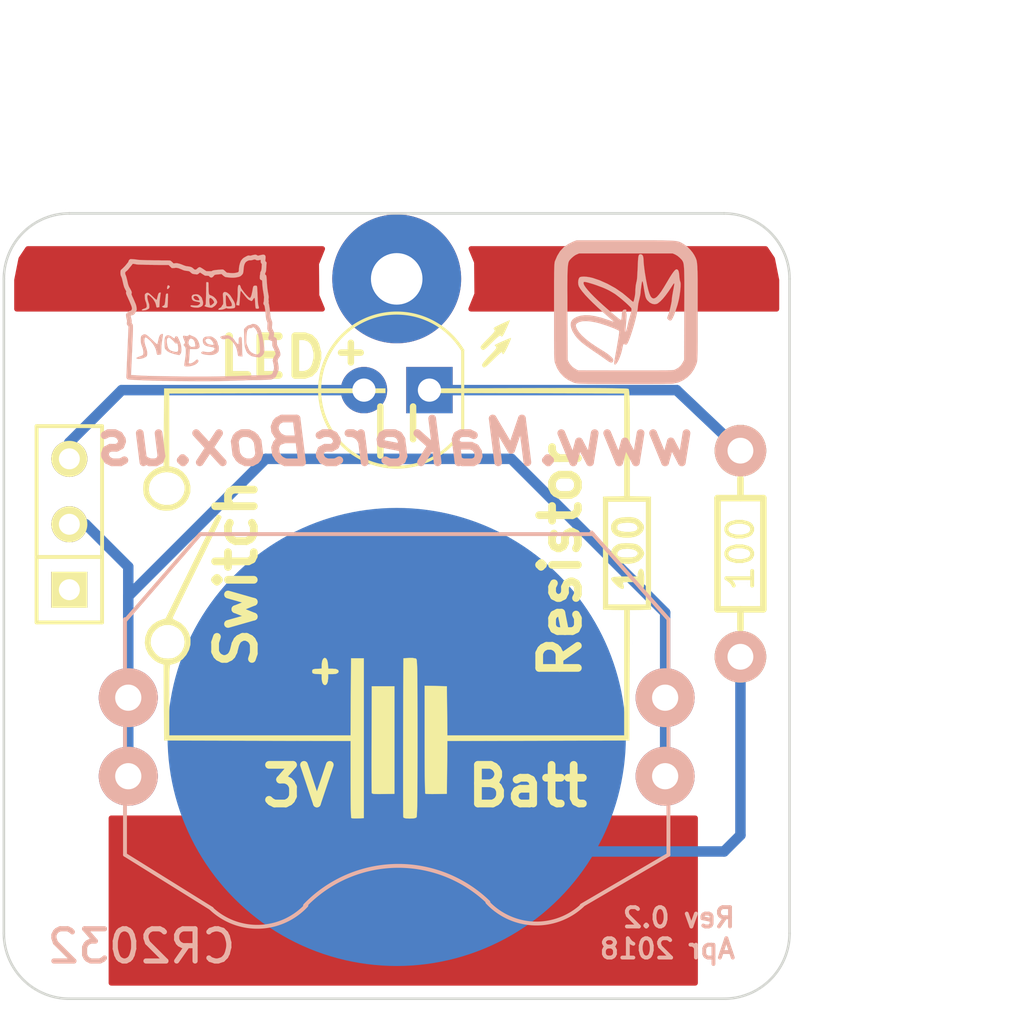
<source format=kicad_pcb>
(kicad_pcb (version 4) (host pcbnew 4.0.7)

  (general
    (links 7)
    (no_connects 0)
    (area 159.969999 72.339999 190.550001 102.920001)
    (thickness 1.6)
    (drawings 21)
    (tracks 22)
    (zones 0)
    (modules 9)
    (nets 6)
  )

  (page USLetter)
  (layers
    (0 F.Cu signal)
    (31 B.Cu signal)
    (34 B.Paste user)
    (35 F.Paste user)
    (36 B.SilkS user hide)
    (37 F.SilkS user)
    (38 B.Mask user)
    (39 F.Mask user)
    (40 Dwgs.User user)
    (44 Edge.Cuts user)
    (47 F.CrtYd user)
  )

  (setup
    (last_trace_width 0.1524)
    (user_trace_width 0.254)
    (user_trace_width 0.3048)
    (user_trace_width 0.4064)
    (user_trace_width 0.6096)
    (user_trace_width 2.032)
    (trace_clearance 0.1524)
    (zone_clearance 0.35)
    (zone_45_only no)
    (trace_min 0.1524)
    (segment_width 0.254)
    (edge_width 0.1)
    (via_size 0.6858)
    (via_drill 0.3302)
    (via_min_size 0.6858)
    (via_min_drill 0.3302)
    (user_via 1 0.5)
    (uvia_size 0.762)
    (uvia_drill 0.508)
    (uvias_allowed no)
    (uvia_min_size 0.508)
    (uvia_min_drill 0.127)
    (pcb_text_width 0.3)
    (pcb_text_size 1.5 1.5)
    (mod_edge_width 0.15)
    (mod_text_size 1 1)
    (mod_text_width 0.15)
    (pad_size 5 5)
    (pad_drill 2)
    (pad_to_mask_clearance 0)
    (aux_axis_origin 0 0)
    (grid_origin 210.82 95.25)
    (visible_elements 7FFCFFFF)
    (pcbplotparams
      (layerselection 0x010f0_80000001)
      (usegerberextensions true)
      (excludeedgelayer true)
      (linewidth 0.100000)
      (plotframeref false)
      (viasonmask false)
      (mode 1)
      (useauxorigin false)
      (hpglpennumber 1)
      (hpglpenspeed 20)
      (hpglpendiameter 15)
      (hpglpenoverlay 2)
      (psnegative false)
      (psa4output false)
      (plotreference true)
      (plotvalue true)
      (plotinvisibletext false)
      (padsonsilk false)
      (subtractmaskfromsilk false)
      (outputformat 1)
      (mirror false)
      (drillshape 0)
      (scaleselection 1)
      (outputdirectory gerbers/))
  )

  (net 0 "")
  (net 1 "Net-(BT1-Pad1)")
  (net 2 "Net-(D1-Pad1)")
  (net 3 "Net-(D1-Pad2)")
  (net 4 "Net-(BT1-Pad2)")
  (net 5 "Net-(SW1-Pad1)")

  (net_class Default "This is the default net class."
    (clearance 0.1524)
    (trace_width 0.1524)
    (via_dia 0.6858)
    (via_drill 0.3302)
    (uvia_dia 0.762)
    (uvia_drill 0.508)
    (add_net "Net-(BT1-Pad1)")
    (add_net "Net-(BT1-Pad2)")
    (add_net "Net-(D1-Pad1)")
    (add_net "Net-(D1-Pad2)")
    (add_net "Net-(SW1-Pad1)")
  )

  (module footprints:Resistor_Horz (layer F.Cu) (tedit 5AA1ED04) (tstamp 5A813C37)
    (at 188.595 85.598 270)
    (descr "Resistor, Axial,  RM 10mm, 1/3W,")
    (tags "Resistor, Axial, RM 10mm, 1/3W,")
    (path /59376ABD)
    (fp_text reference R1 (at 0 2.54 360) (layer F.SilkS) hide
      (effects (font (size 1 1) (thickness 0.15)))
    )
    (fp_text value 100 (at 0 0 270) (layer F.SilkS)
      (effects (font (size 1 1) (thickness 0.15)))
    )
    (fp_line (start 2.159 0.889) (end 2.159 -0.889) (layer F.SilkS) (width 0.254))
    (fp_line (start 2.159 -0.889) (end -2.159 -0.889) (layer F.SilkS) (width 0.254))
    (fp_line (start -2.159 0.889) (end 2.159 0.889) (layer F.SilkS) (width 0.254))
    (fp_line (start -2.159 0) (end -2.921 0) (layer F.SilkS) (width 0.254))
    (fp_line (start 2.159 0) (end 2.921 0) (layer F.SilkS) (width 0.254))
    (fp_line (start -2.159 0.889) (end -2.159 -0.889) (layer F.SilkS) (width 0.254))
    (pad 1 thru_hole circle (at -4 0 270) (size 1.99898 1.99898) (drill 1.00076) (layers *.Cu *.SilkS *.Mask)
      (net 2 "Net-(D1-Pad1)"))
    (pad 2 thru_hole circle (at 4 0 270) (size 1.99898 1.99898) (drill 1.00076) (layers *.Cu *.SilkS *.Mask)
      (net 4 "Net-(BT1-Pad2)"))
  )

  (module Pin_Headers:Pin_Header_Straight_1x01_Pitch2.54mm (layer F.Cu) (tedit 5AE3135B) (tstamp 5A812002)
    (at 175.26 74.93)
    (descr "Through hole straight pin header, 1x01, 2.54mm pitch, single row")
    (tags "Through hole pin header THT 1x01 2.54mm single row")
    (fp_text reference REF** (at 0 -2.33) (layer F.SilkS) hide
      (effects (font (size 1 1) (thickness 0.15)))
    )
    (fp_text value Pin_Header_Straight_1x01_Pitch2.54mm (at 0 1) (layer F.Fab) hide
      (effects (font (size 0.127 0.127) (thickness 0.03175)))
    )
    (fp_line (start -0.635 -1.27) (end 1.27 -1.27) (layer F.Fab) (width 0.1))
    (fp_line (start 1.27 -1.27) (end 1.27 1.27) (layer F.Fab) (width 0.1))
    (fp_line (start 1.27 1.27) (end -1.27 1.27) (layer F.Fab) (width 0.1))
    (fp_line (start -1.27 1.27) (end -1.27 -0.635) (layer F.Fab) (width 0.1))
    (fp_line (start -1.27 -0.635) (end -0.635 -1.27) (layer F.Fab) (width 0.1))
    (fp_line (start -1.8 -1.8) (end -1.8 1.8) (layer F.CrtYd) (width 0.05))
    (fp_line (start -1.8 1.8) (end 1.8 1.8) (layer F.CrtYd) (width 0.05))
    (fp_line (start 1.8 1.8) (end 1.8 -1.8) (layer F.CrtYd) (width 0.05))
    (fp_line (start 1.8 -1.8) (end -1.8 -1.8) (layer F.CrtYd) (width 0.05))
    (pad 1 thru_hole circle (at 0 0) (size 5 5) (drill 2) (layers *.Cu B.Mask))
  )

  (module myFootPrints:MadeInOregonRev25 (layer F.Cu) (tedit 0) (tstamp 5A8109E1)
    (at 167.64 76.454)
    (fp_text reference VAL (at 0 0) (layer F.SilkS) hide
      (effects (font (size 1.143 1.143) (thickness 0.1778)))
    )
    (fp_text value MadeInOregonRev25 (at 0 0) (layer F.SilkS) hide
      (effects (font (size 1.143 1.143) (thickness 0.1778)))
    )
    (fp_poly (pts (xy -3.09626 -1.76022) (xy -3.09626 -1.72212) (xy -3.09372 -1.69672) (xy -3.09118 -1.67386)
      (xy -3.0861 -1.65608) (xy -3.07594 -1.63576) (xy -3.0734 -1.62814) (xy -3.0607 -1.6002)
      (xy -3.05054 -1.5748) (xy -3.04038 -1.54432) (xy -3.03022 -1.50876) (xy -3.02006 -1.46304)
      (xy -3.00736 -1.4097) (xy -3.00228 -1.39192) (xy -2.98704 -1.31826) (xy -2.96926 -1.2573)
      (xy -2.95402 -1.20396) (xy -2.9337 -1.15824) (xy -2.91338 -1.1176) (xy -2.91338 -1.74752)
      (xy -2.91338 -1.76276) (xy -2.91084 -1.77546) (xy -2.90322 -1.78816) (xy -2.89052 -1.8034)
      (xy -2.86766 -1.82118) (xy -2.8575 -1.83134) (xy -2.82956 -1.8542) (xy -2.80416 -1.8796)
      (xy -2.78638 -1.90246) (xy -2.77876 -1.91008) (xy -2.76606 -1.92786) (xy -2.74574 -1.95326)
      (xy -2.72034 -1.98374) (xy -2.69494 -2.01422) (xy -2.6924 -2.01676) (xy -2.66954 -2.0447)
      (xy -2.64922 -2.0701) (xy -2.63652 -2.08788) (xy -2.6289 -2.09804) (xy -2.6289 -2.10058)
      (xy -2.62382 -2.10566) (xy -2.60604 -2.10566) (xy -2.58064 -2.10566) (xy -2.55016 -2.10058)
      (xy -2.51968 -2.0955) (xy -2.50952 -2.09296) (xy -2.49682 -2.09042) (xy -2.48412 -2.08534)
      (xy -2.46888 -2.08534) (xy -2.4511 -2.0828) (xy -2.4257 -2.08026) (xy -2.39268 -2.07772)
      (xy -2.35458 -2.07772) (xy -2.30632 -2.07518) (xy -2.2479 -2.07518) (xy -2.17678 -2.07264)
      (xy -2.09296 -2.0701) (xy -2.03962 -2.0701) (xy -1.95326 -2.06756) (xy -1.8669 -2.06756)
      (xy -1.78054 -2.06502) (xy -1.69672 -2.06502) (xy -1.61798 -2.06248) (xy -1.54686 -2.06248)
      (xy -1.48336 -2.06248) (xy -1.4351 -2.06248) (xy -1.4224 -2.06248) (xy -1.22936 -2.06248)
      (xy -1.1684 -2.00152) (xy -1.10744 -1.9431) (xy -1.0668 -1.9431) (xy -1.03886 -1.9431)
      (xy -1.0033 -1.94564) (xy -0.97536 -1.95072) (xy -0.94234 -1.95326) (xy -0.91186 -1.95072)
      (xy -0.87884 -1.94564) (xy -0.8382 -1.93548) (xy -0.79248 -1.9177) (xy -0.7366 -1.89484)
      (xy -0.72136 -1.88976) (xy -0.67818 -1.86944) (xy -0.64516 -1.85674) (xy -0.61722 -1.84912)
      (xy -0.59182 -1.84404) (xy -0.56388 -1.83896) (xy -0.5461 -1.83642) (xy -0.50038 -1.83134)
      (xy -0.46482 -1.82626) (xy -0.43688 -1.81864) (xy -0.41656 -1.80848) (xy -0.39624 -1.79578)
      (xy -0.37592 -1.77546) (xy -0.37338 -1.77292) (xy -0.35052 -1.7526) (xy -0.32512 -1.73482)
      (xy -0.30734 -1.72212) (xy -0.30734 -1.72212) (xy -0.28702 -1.71704) (xy -0.25654 -1.71196)
      (xy -0.22098 -1.70434) (xy -0.18288 -1.7018) (xy -0.14986 -1.69672) (xy -0.12446 -1.69672)
      (xy -0.10922 -1.69926) (xy -0.09652 -1.70688) (xy -0.07366 -1.71958) (xy -0.05334 -1.73736)
      (xy -0.03048 -1.75768) (xy -0.01524 -1.7653) (xy -0.00508 -1.76784) (xy 0 -1.7653)
      (xy 0.01016 -1.75768) (xy 0.03048 -1.74498) (xy 0.05842 -1.7272) (xy 0.0889 -1.70688)
      (xy 0.09652 -1.7018) (xy 0.18288 -1.64846) (xy 0.25908 -1.64592) (xy 0.29464 -1.64338)
      (xy 0.3175 -1.64084) (xy 0.3302 -1.6383) (xy 0.34036 -1.63322) (xy 0.34544 -1.6256)
      (xy 0.34798 -1.62052) (xy 0.3683 -1.59766) (xy 0.39624 -1.58242) (xy 0.42672 -1.5748)
      (xy 0.4318 -1.5748) (xy 0.45974 -1.58242) (xy 0.48768 -1.6002) (xy 0.51562 -1.63068)
      (xy 0.52578 -1.64338) (xy 0.53848 -1.65608) (xy 0.5461 -1.66624) (xy 0.55626 -1.67386)
      (xy 0.56896 -1.68148) (xy 0.58928 -1.68402) (xy 0.61468 -1.6891) (xy 0.65278 -1.69418)
      (xy 0.70104 -1.69672) (xy 0.71628 -1.69926) (xy 0.8255 -1.70942) (xy 0.85598 -1.68148)
      (xy 0.89154 -1.64846) (xy 0.9271 -1.62306) (xy 0.95758 -1.60274) (xy 0.96774 -1.59766)
      (xy 0.9906 -1.59258) (xy 1.02362 -1.5875) (xy 1.0668 -1.58242) (xy 1.11252 -1.57734)
      (xy 1.16332 -1.57226) (xy 1.21158 -1.56972) (xy 1.2573 -1.56972) (xy 1.25984 -1.56972)
      (xy 1.3081 -1.56972) (xy 1.35128 -1.5748) (xy 1.39446 -1.57988) (xy 1.44272 -1.59004)
      (xy 1.48844 -1.6002) (xy 1.52146 -1.61036) (xy 1.54686 -1.62306) (xy 1.56972 -1.63576)
      (xy 1.59258 -1.65608) (xy 1.61798 -1.68148) (xy 1.63576 -1.7018) (xy 1.651 -1.72212)
      (xy 1.65862 -1.74498) (xy 1.66624 -1.77292) (xy 1.67386 -1.80848) (xy 1.6764 -1.85166)
      (xy 1.68148 -1.90246) (xy 1.6891 -1.9812) (xy 1.7018 -2.04978) (xy 1.72212 -2.10566)
      (xy 1.74752 -2.15138) (xy 1.75006 -2.15646) (xy 1.77546 -2.18186) (xy 1.81356 -2.2098)
      (xy 1.82626 -2.21742) (xy 1.8542 -2.23012) (xy 1.87706 -2.24028) (xy 1.89484 -2.24282)
      (xy 1.9177 -2.24282) (xy 1.92024 -2.24282) (xy 1.95834 -2.24282) (xy 2.00152 -2.25044)
      (xy 2.032 -2.25806) (xy 2.0701 -2.27076) (xy 2.09804 -2.27584) (xy 2.11582 -2.27838)
      (xy 2.13106 -2.2733) (xy 2.1463 -2.26822) (xy 2.15392 -2.26314) (xy 2.1844 -2.2479)
      (xy 2.22758 -2.24282) (xy 2.27584 -2.2479) (xy 2.29108 -2.25298) (xy 2.31394 -2.25806)
      (xy 2.33426 -2.26314) (xy 2.34188 -2.26314) (xy 2.34188 -2.25806) (xy 2.34442 -2.23774)
      (xy 2.34442 -2.21488) (xy 2.34442 -2.21234) (xy 2.34442 -2.1844) (xy 2.34696 -2.16408)
      (xy 2.35204 -2.1463) (xy 2.36474 -2.12852) (xy 2.3876 -2.0955) (xy 2.37998 -1.97612)
      (xy 2.37744 -1.9304) (xy 2.37236 -1.89738) (xy 2.36982 -1.87198) (xy 2.36474 -1.8542)
      (xy 2.35966 -1.83896) (xy 2.35204 -1.82372) (xy 2.34696 -1.8161) (xy 2.33172 -1.78562)
      (xy 2.3241 -1.75768) (xy 2.3241 -1.73736) (xy 2.32156 -1.70942) (xy 2.31902 -1.68656)
      (xy 2.31648 -1.67894) (xy 2.31394 -1.66116) (xy 2.30886 -1.63576) (xy 2.30886 -1.60274)
      (xy 2.30886 -1.59004) (xy 2.30886 -1.55702) (xy 2.30886 -1.5367) (xy 2.31394 -1.52146)
      (xy 2.32156 -1.5113) (xy 2.33172 -1.4986) (xy 2.33426 -1.49606) (xy 2.35458 -1.48082)
      (xy 2.3749 -1.4732) (xy 2.37744 -1.47066) (xy 2.3876 -1.47066) (xy 2.39268 -1.46558)
      (xy 2.39776 -1.45034) (xy 2.4003 -1.42494) (xy 2.40284 -1.39192) (xy 2.40538 -1.35382)
      (xy 2.40538 -1.33096) (xy 2.40792 -1.28778) (xy 2.413 -1.2319) (xy 2.42062 -1.16078)
      (xy 2.43332 -1.07442) (xy 2.4511 -0.97536) (xy 2.4511 -0.96774) (xy 2.45872 -0.92456)
      (xy 2.4638 -0.88392) (xy 2.46888 -0.85344) (xy 2.47142 -0.83058) (xy 2.47396 -0.82296)
      (xy 2.47396 -0.81026) (xy 2.47142 -0.7874) (xy 2.47142 -0.75692) (xy 2.46888 -0.72644)
      (xy 2.46888 -0.69342) (xy 2.46634 -0.66294) (xy 2.4638 -0.64262) (xy 2.46126 -0.635)
      (xy 2.4511 -0.6096) (xy 2.44856 -0.57912) (xy 2.4511 -0.54864) (xy 2.46126 -0.52324)
      (xy 2.4765 -0.51054) (xy 2.48412 -0.49784) (xy 2.49174 -0.47244) (xy 2.5019 -0.4318)
      (xy 2.50952 -0.37592) (xy 2.51968 -0.30734) (xy 2.5273 -0.2286) (xy 2.53238 -0.16764)
      (xy 2.53746 -0.1143) (xy 2.54254 -0.0635) (xy 2.54762 -0.02032) (xy 2.5527 0.01524)
      (xy 2.55524 0.04064) (xy 2.55778 0.05334) (xy 2.56794 0.07366) (xy 2.5781 0.1016)
      (xy 2.58826 0.127) (xy 2.59588 0.14732) (xy 2.6035 0.16256) (xy 2.60604 0.18034)
      (xy 2.60858 0.20066) (xy 2.60858 0.22606) (xy 2.60604 0.25908) (xy 2.6035 0.3048)
      (xy 2.6035 0.32512) (xy 2.60096 0.37084) (xy 2.60096 0.4064) (xy 2.60604 0.43434)
      (xy 2.61366 0.45974) (xy 2.62636 0.48768) (xy 2.64668 0.5207) (xy 2.66446 0.5588)
      (xy 2.67462 0.58674) (xy 2.6797 0.61468) (xy 2.67462 0.64262) (xy 2.66446 0.68072)
      (xy 2.65938 0.69088) (xy 2.64668 0.72898) (xy 2.63906 0.75946) (xy 2.63906 0.77978)
      (xy 2.6416 0.79756) (xy 2.64922 0.8128) (xy 2.64922 0.81534) (xy 2.66446 0.83058)
      (xy 2.68986 0.84836) (xy 2.72034 0.86614) (xy 2.75336 0.87884) (xy 2.77368 0.88646)
      (xy 2.794 0.89154) (xy 2.794 0.98044) (xy 2.794 1.07188) (xy 2.82448 1.13538)
      (xy 2.8575 1.20396) (xy 2.8829 1.26238) (xy 2.90322 1.31064) (xy 2.91592 1.3462)
      (xy 2.921 1.36652) (xy 2.92354 1.3843) (xy 2.92354 1.39954) (xy 2.91592 1.41478)
      (xy 2.90068 1.4351) (xy 2.90068 1.43764) (xy 2.87274 1.47828) (xy 2.84988 1.51638)
      (xy 2.8321 1.5621) (xy 2.82448 1.59004) (xy 2.80924 1.64338) (xy 2.8321 1.74244)
      (xy 2.84734 1.80848) (xy 2.85496 1.86182) (xy 2.86004 1.90754) (xy 2.86004 1.94818)
      (xy 2.85242 1.98628) (xy 2.84226 2.02438) (xy 2.84226 2.02438) (xy 2.82702 2.06756)
      (xy 2.81432 2.10566) (xy 2.79908 2.13868) (xy 2.78892 2.16154) (xy 2.77876 2.1717)
      (xy 2.77876 2.17424) (xy 2.7686 2.17678) (xy 2.74828 2.1844) (xy 2.74066 2.18948)
      (xy 2.7178 2.1971) (xy 2.68224 2.20472) (xy 2.63398 2.2098) (xy 2.57302 2.21234)
      (xy 2.49682 2.21488) (xy 2.40792 2.21742) (xy 2.30632 2.21742) (xy 2.29616 2.21742)
      (xy 2.24028 2.21996) (xy 2.17424 2.21996) (xy 2.10058 2.2225) (xy 2.02184 2.2225)
      (xy 1.9431 2.22504) (xy 1.86944 2.23012) (xy 1.84912 2.23012) (xy 1.6129 2.23774)
      (xy 1.38684 2.2479) (xy 1.16332 2.25298) (xy 0.9398 2.25806) (xy 0.71882 2.26314)
      (xy 0.4953 2.26568) (xy 0.26924 2.26822) (xy 0.03556 2.26822) (xy -0.2032 2.26822)
      (xy -0.45466 2.26822) (xy -0.71628 2.26568) (xy -0.84836 2.26314) (xy -1.03378 2.2606)
      (xy -1.20396 2.25806) (xy -1.36144 2.25552) (xy -1.50622 2.25298) (xy -1.64084 2.25044)
      (xy -1.7653 2.2479) (xy -1.88214 2.24536) (xy -1.98882 2.24282) (xy -2.08788 2.23774)
      (xy -2.17932 2.2352) (xy -2.26822 2.23266) (xy -2.35204 2.22758) (xy -2.39776 2.22504)
      (xy -2.46126 2.2225) (xy -2.51968 2.21742) (xy -2.57302 2.21488) (xy -2.61874 2.21234)
      (xy -2.65176 2.2098) (xy -2.67462 2.2098) (xy -2.68732 2.2098) (xy -2.68732 2.2098)
      (xy -2.68732 2.20218) (xy -2.68478 2.17932) (xy -2.68478 2.1463) (xy -2.68224 2.09804)
      (xy -2.6797 2.03962) (xy -2.67716 1.97104) (xy -2.67208 1.8923) (xy -2.66954 1.80594)
      (xy -2.66446 1.70942) (xy -2.65938 1.60782) (xy -2.65684 1.50114) (xy -2.65176 1.38684)
      (xy -2.64414 1.27) (xy -2.64414 1.25476) (xy -2.63906 1.11506) (xy -2.63398 0.98806)
      (xy -2.6289 0.87376) (xy -2.62382 0.77216) (xy -2.61874 0.68326) (xy -2.6162 0.60452)
      (xy -2.61366 0.53848) (xy -2.61112 0.47752) (xy -2.61112 0.42926) (xy -2.61112 0.38608)
      (xy -2.61112 0.35306) (xy -2.61112 0.32258) (xy -2.61112 0.29972) (xy -2.61366 0.28194)
      (xy -2.6162 0.2667) (xy -2.61874 0.25654) (xy -2.62128 0.24638) (xy -2.62636 0.23876)
      (xy -2.63144 0.23368) (xy -2.63652 0.22606) (xy -2.6416 0.21844) (xy -2.6543 0.2032)
      (xy -2.66192 0.18796) (xy -2.66446 0.17272) (xy -2.66192 0.14732) (xy -2.66192 0.13716)
      (xy -2.66192 0.1016) (xy -2.66446 0.06858) (xy -2.67462 0.02794) (xy -2.67462 0.0254)
      (xy -2.68732 -0.01778) (xy -2.69494 -0.04826) (xy -2.69748 -0.07112) (xy -2.69748 -0.08382)
      (xy -2.69494 -0.09398) (xy -2.68732 -0.09906) (xy -2.68732 -0.1016) (xy -2.66954 -0.10668)
      (xy -2.64668 -0.1143) (xy -2.63652 -0.1143) (xy -2.60858 -0.12192) (xy -2.58572 -0.13208)
      (xy -2.5654 -0.14732) (xy -2.54762 -0.17018) (xy -2.52476 -0.20574) (xy -2.50698 -0.2413)
      (xy -2.4638 -0.3302) (xy -2.47142 -0.40894) (xy -2.4765 -0.43942) (xy -2.48158 -0.46736)
      (xy -2.4892 -0.49276) (xy -2.49682 -0.5207) (xy -2.50952 -0.55626) (xy -2.52984 -0.59944)
      (xy -2.53492 -0.61214) (xy -2.55524 -0.66294) (xy -2.5781 -0.71374) (xy -2.60096 -0.76708)
      (xy -2.62128 -0.8128) (xy -2.63144 -0.83058) (xy -2.64668 -0.86868) (xy -2.65938 -0.89662)
      (xy -2.667 -0.91694) (xy -2.66954 -0.92964) (xy -2.667 -0.9398) (xy -2.667 -0.94996)
      (xy -2.65938 -0.97536) (xy -2.65938 -1.00584) (xy -2.66954 -1.03886) (xy -2.68732 -1.0795)
      (xy -2.71272 -1.12776) (xy -2.71526 -1.1303) (xy -2.73812 -1.17094) (xy -2.75844 -1.2065)
      (xy -2.77368 -1.23698) (xy -2.78384 -1.26746) (xy -2.79654 -1.30048) (xy -2.8067 -1.34112)
      (xy -2.81686 -1.38684) (xy -2.82702 -1.43256) (xy -2.84226 -1.49606) (xy -2.85496 -1.54686)
      (xy -2.86512 -1.5875) (xy -2.87528 -1.62052) (xy -2.88544 -1.64846) (xy -2.89306 -1.67132)
      (xy -2.90068 -1.68148) (xy -2.9083 -1.70942) (xy -2.91338 -1.7399) (xy -2.91338 -1.74752)
      (xy -2.91338 -1.1176) (xy -2.91084 -1.11506) (xy -2.90576 -1.09982) (xy -2.88798 -1.07188)
      (xy -2.87782 -1.04902) (xy -2.87274 -1.03632) (xy -2.87274 -1.02616) (xy -2.87782 -1.016)
      (xy -2.88036 -0.99822) (xy -2.8829 -0.98044) (xy -2.87782 -0.95758) (xy -2.8702 -0.92964)
      (xy -2.85496 -0.89408) (xy -2.83464 -0.84582) (xy -2.8194 -0.81534) (xy -2.78384 -0.73406)
      (xy -2.74828 -0.65786) (xy -2.72034 -0.58928) (xy -2.69494 -0.52832) (xy -2.67462 -0.47752)
      (xy -2.66192 -0.43688) (xy -2.6543 -0.40894) (xy -2.6543 -0.4064) (xy -2.64922 -0.37846)
      (xy -2.65176 -0.36068) (xy -2.65684 -0.34036) (xy -2.66446 -0.32766) (xy -2.67462 -0.30734)
      (xy -2.68732 -0.29464) (xy -2.70256 -0.28702) (xy -2.72542 -0.28194) (xy -2.73812 -0.2794)
      (xy -2.75336 -0.27686) (xy -2.77114 -0.2667) (xy -2.78892 -0.25146) (xy -2.81686 -0.22606)
      (xy -2.82448 -0.2159) (xy -2.84988 -0.1905) (xy -2.86766 -0.17272) (xy -2.87782 -0.16002)
      (xy -2.8829 -0.14732) (xy -2.8829 -0.13208) (xy -2.8829 -0.12192) (xy -2.88036 -0.06858)
      (xy -2.86766 -0.00762) (xy -2.85242 0.05588) (xy -2.8448 0.08382) (xy -2.84226 0.10668)
      (xy -2.84226 0.12954) (xy -2.8448 0.16002) (xy -2.84734 0.1651) (xy -2.84988 0.19812)
      (xy -2.84988 0.22606) (xy -2.84226 0.24892) (xy -2.82448 0.27686) (xy -2.8067 0.29972)
      (xy -2.78384 0.32766) (xy -2.82702 1.3081) (xy -2.8321 1.42748) (xy -2.83718 1.54432)
      (xy -2.84226 1.65608) (xy -2.84734 1.76276) (xy -2.84988 1.86182) (xy -2.85496 1.95326)
      (xy -2.8575 2.03708) (xy -2.86004 2.11074) (xy -2.86258 2.17424) (xy -2.86512 2.22758)
      (xy -2.86512 2.26822) (xy -2.86512 2.29616) (xy -2.86512 2.3114) (xy -2.86512 2.3114)
      (xy -2.85496 2.3368) (xy -2.83464 2.35966) (xy -2.81178 2.3749) (xy -2.8067 2.37744)
      (xy -2.794 2.37998) (xy -2.76606 2.38252) (xy -2.72796 2.38506) (xy -2.6797 2.39014)
      (xy -2.62128 2.39268) (xy -2.55778 2.39776) (xy -2.48412 2.4003) (xy -2.40792 2.40538)
      (xy -2.32664 2.40792) (xy -2.24536 2.413) (xy -2.16154 2.41554) (xy -2.08026 2.41808)
      (xy -1.99898 2.42062) (xy -1.92278 2.42316) (xy -1.85166 2.4257) (xy -1.80848 2.42824)
      (xy -1.74752 2.42824) (xy -1.67386 2.43078) (xy -1.59004 2.43078) (xy -1.4986 2.43332)
      (xy -1.397 2.43586) (xy -1.29032 2.43586) (xy -1.1811 2.4384) (xy -1.0668 2.4384)
      (xy -0.95504 2.44094) (xy -0.84582 2.44348) (xy -0.80264 2.44348) (xy -0.70104 2.44348)
      (xy -0.59944 2.44602) (xy -0.50038 2.44602) (xy -0.40386 2.44856) (xy -0.31496 2.44856)
      (xy -0.23114 2.44856) (xy -0.15748 2.4511) (xy -0.09398 2.4511) (xy -0.04064 2.4511)
      (xy 0 2.4511) (xy 0.02286 2.4511) (xy 0.05842 2.4511) (xy 0.10922 2.4511)
      (xy 0.17018 2.4511) (xy 0.2413 2.4511) (xy 0.3175 2.4511) (xy 0.39878 2.44856)
      (xy 0.4826 2.44856) (xy 0.56642 2.44602) (xy 0.60198 2.44602) (xy 0.75692 2.44348)
      (xy 0.90678 2.4384) (xy 1.0541 2.43586) (xy 1.1938 2.43078) (xy 1.32588 2.42824)
      (xy 1.45034 2.42316) (xy 1.56464 2.42062) (xy 1.66624 2.41808) (xy 1.7526 2.413)
      (xy 1.77038 2.413) (xy 1.82626 2.41046) (xy 1.8923 2.40792) (xy 1.96342 2.40792)
      (xy 2.03454 2.40538) (xy 2.10312 2.40538) (xy 2.12852 2.40538) (xy 2.19456 2.40538)
      (xy 2.26822 2.40284) (xy 2.3495 2.40284) (xy 2.42824 2.39776) (xy 2.50444 2.39522)
      (xy 2.54254 2.39522) (xy 2.75844 2.38252) (xy 2.82956 2.3495) (xy 2.86258 2.33172)
      (xy 2.88798 2.31902) (xy 2.90576 2.30632) (xy 2.91084 2.30124) (xy 2.92608 2.28092)
      (xy 2.94132 2.25044) (xy 2.96164 2.2098) (xy 2.97942 2.16662) (xy 2.9972 2.12344)
      (xy 3.01244 2.08534) (xy 3.02514 2.0447) (xy 3.03276 2.01168) (xy 3.03784 1.98628)
      (xy 3.04038 1.9558) (xy 3.04038 1.93548) (xy 3.0353 1.86182) (xy 3.0226 1.778)
      (xy 3.00736 1.70434) (xy 2.99974 1.66878) (xy 2.99974 1.64084) (xy 3.00736 1.61036)
      (xy 3.0226 1.57734) (xy 3.04546 1.53924) (xy 3.0607 1.52146) (xy 3.08356 1.4859)
      (xy 3.0988 1.4605) (xy 3.10642 1.4351) (xy 3.10896 1.4097) (xy 3.10642 1.37668)
      (xy 3.0988 1.33858) (xy 3.09118 1.3081) (xy 3.07848 1.26746) (xy 3.0607 1.22174)
      (xy 3.04038 1.1684) (xy 3.01498 1.1176) (xy 2.99466 1.07442) (xy 2.98704 1.05664)
      (xy 2.97942 1.0414) (xy 2.97688 1.02362) (xy 2.97434 1.0033) (xy 2.97434 0.97282)
      (xy 2.97434 0.93218) (xy 2.97434 0.9271) (xy 2.9718 0.87884) (xy 2.96926 0.8382)
      (xy 2.96418 0.81026) (xy 2.95148 0.7874) (xy 2.9337 0.76708) (xy 2.90576 0.7493)
      (xy 2.86766 0.72898) (xy 2.84734 0.71882) (xy 2.84734 0.7112) (xy 2.84988 0.69342)
      (xy 2.85496 0.66802) (xy 2.8575 0.6604) (xy 2.86258 0.61468) (xy 2.86258 0.5842)
      (xy 2.86258 0.57658) (xy 2.84988 0.5334) (xy 2.82956 0.48768) (xy 2.8067 0.44196)
      (xy 2.79908 0.42926) (xy 2.79146 0.41656) (xy 2.78638 0.40386) (xy 2.7813 0.38862)
      (xy 2.7813 0.37084) (xy 2.7813 0.34798) (xy 2.7813 0.3175) (xy 2.78638 0.27432)
      (xy 2.79146 0.22098) (xy 2.79146 0.21844) (xy 2.79146 0.19304) (xy 2.79146 0.16764)
      (xy 2.78384 0.1397) (xy 2.77622 0.11176) (xy 2.76352 0.07874) (xy 2.75336 0.04826)
      (xy 2.7432 0.0254) (xy 2.74066 0.02032) (xy 2.73558 0.00762) (xy 2.7305 -0.0127)
      (xy 2.72796 -0.04064) (xy 2.72288 -0.07874) (xy 2.7178 -0.12954) (xy 2.71272 -0.1905)
      (xy 2.7051 -0.25908) (xy 2.69748 -0.32512) (xy 2.68986 -0.38862) (xy 2.6797 -0.44958)
      (xy 2.67208 -0.50292) (xy 2.66446 -0.5461) (xy 2.6543 -0.57658) (xy 2.65176 -0.58674)
      (xy 2.65176 -0.60452) (xy 2.6543 -0.6223) (xy 2.65684 -0.6477) (xy 2.65176 -0.68326)
      (xy 2.65176 -0.68326) (xy 2.64668 -0.71628) (xy 2.64922 -0.75184) (xy 2.65176 -0.76962)
      (xy 2.6543 -0.79248) (xy 2.65684 -0.8128) (xy 2.6543 -0.83566) (xy 2.65176 -0.8636)
      (xy 2.64414 -0.90424) (xy 2.6416 -0.91948) (xy 2.62382 -1.01346) (xy 2.61112 -1.09982)
      (xy 2.60096 -1.1811) (xy 2.59334 -1.26238) (xy 2.58572 -1.35128) (xy 2.58064 -1.42748)
      (xy 2.5781 -1.49352) (xy 2.57302 -1.54432) (xy 2.57048 -1.58496) (xy 2.5654 -1.61544)
      (xy 2.56286 -1.6383) (xy 2.55524 -1.65608) (xy 2.54762 -1.66878) (xy 2.53746 -1.6764)
      (xy 2.52984 -1.68402) (xy 2.51714 -1.69418) (xy 2.51206 -1.70688) (xy 2.5146 -1.72466)
      (xy 2.52222 -1.75006) (xy 2.53238 -1.77546) (xy 2.53238 -1.77546) (xy 2.54 -1.78816)
      (xy 2.54254 -1.79832) (xy 2.54762 -1.81102) (xy 2.55016 -1.8288) (xy 2.5527 -1.85166)
      (xy 2.55524 -1.88214) (xy 2.55778 -1.92532) (xy 2.56286 -1.97866) (xy 2.56286 -2.0066)
      (xy 2.57302 -2.159) (xy 2.54762 -2.18948) (xy 2.52222 -2.21996) (xy 2.52984 -2.29616)
      (xy 2.53238 -2.34442) (xy 2.53238 -2.37998) (xy 2.52984 -2.40538) (xy 2.51968 -2.4257)
      (xy 2.50698 -2.44094) (xy 2.50444 -2.44348) (xy 2.4892 -2.45618) (xy 2.47142 -2.46126)
      (xy 2.44856 -2.4638) (xy 2.42062 -2.4638) (xy 2.38252 -2.45618) (xy 2.33172 -2.44602)
      (xy 2.32664 -2.44348) (xy 2.2352 -2.42316) (xy 2.19964 -2.44348) (xy 2.17424 -2.45618)
      (xy 2.15138 -2.4638) (xy 2.12344 -2.4638) (xy 2.09296 -2.45872) (xy 2.04978 -2.4511)
      (xy 2.0193 -2.44348) (xy 1.98374 -2.43332) (xy 1.9558 -2.4257) (xy 1.93802 -2.42316)
      (xy 1.92024 -2.4257) (xy 1.90754 -2.42824) (xy 1.88722 -2.43078) (xy 1.86944 -2.43078)
      (xy 1.84912 -2.42824) (xy 1.82372 -2.41808) (xy 1.79324 -2.40284) (xy 1.76022 -2.38506)
      (xy 1.71958 -2.3622) (xy 1.6891 -2.34442) (xy 1.66624 -2.32664) (xy 1.64846 -2.3114)
      (xy 1.63068 -2.29362) (xy 1.6129 -2.27076) (xy 1.59258 -2.2479) (xy 1.57734 -2.22504)
      (xy 1.56718 -2.20472) (xy 1.55702 -2.17932) (xy 1.54432 -2.1463) (xy 1.53162 -2.10312)
      (xy 1.52908 -2.09296) (xy 1.51638 -2.0447) (xy 1.50876 -2.00406) (xy 1.50368 -1.96596)
      (xy 1.4986 -1.92278) (xy 1.4986 -1.90754) (xy 1.49606 -1.86182) (xy 1.49352 -1.8288)
      (xy 1.4859 -1.80594) (xy 1.4732 -1.7907) (xy 1.45288 -1.778) (xy 1.4224 -1.77038)
      (xy 1.39446 -1.76276) (xy 1.3335 -1.7526) (xy 1.26238 -1.74752) (xy 1.18364 -1.75006)
      (xy 1.10998 -1.75768) (xy 1.03124 -1.7653) (xy 0.9652 -1.82372) (xy 0.9398 -1.84912)
      (xy 0.9144 -1.8669) (xy 0.89408 -1.88214) (xy 0.88392 -1.88722) (xy 0.86868 -1.88722)
      (xy 0.84328 -1.88722) (xy 0.80518 -1.88722) (xy 0.762 -1.88214) (xy 0.7112 -1.8796)
      (xy 0.6604 -1.87452) (xy 0.6096 -1.86944) (xy 0.56642 -1.86436) (xy 0.52324 -1.85674)
      (xy 0.49276 -1.85166) (xy 0.47244 -1.8415) (xy 0.45974 -1.83642) (xy 0.44958 -1.8288)
      (xy 0.43942 -1.82372) (xy 0.42418 -1.82118) (xy 0.40386 -1.82118) (xy 0.37592 -1.82118)
      (xy 0.33782 -1.82118) (xy 0.23622 -1.82372) (xy 0.13208 -1.8923) (xy 0.09398 -1.9177)
      (xy 0.06096 -1.93802) (xy 0.03302 -1.9558) (xy 0.0127 -1.96596) (xy 0.00508 -1.97104)
      (xy -0.02286 -1.97866) (xy -0.04826 -1.97358) (xy -0.07874 -1.95834) (xy -0.1143 -1.92786)
      (xy -0.11684 -1.92532) (xy -0.1397 -1.905) (xy -0.15748 -1.8923) (xy -0.17272 -1.88468)
      (xy -0.18796 -1.88214) (xy -0.19304 -1.88214) (xy -0.21082 -1.88468) (xy -0.22352 -1.88722)
      (xy -0.2413 -1.89992) (xy -0.26162 -1.9177) (xy -0.27178 -1.92786) (xy -0.30226 -1.95326)
      (xy -0.33528 -1.97358) (xy -0.37338 -1.98882) (xy -0.41656 -1.99898) (xy -0.47244 -2.00914)
      (xy -0.50038 -2.01168) (xy -0.53848 -2.01676) (xy -0.56896 -2.02438) (xy -0.59944 -2.03454)
      (xy -0.635 -2.04724) (xy -0.66548 -2.05994) (xy -0.70866 -2.07772) (xy -0.75692 -2.0955)
      (xy -0.80264 -2.11074) (xy -0.83058 -2.11836) (xy -0.86868 -2.12598) (xy -0.89662 -2.1336)
      (xy -0.91948 -2.1336) (xy -0.94234 -2.1336) (xy -0.97282 -2.13106) (xy -1.03378 -2.12344)
      (xy -1.0922 -2.17678) (xy -1.12776 -2.2098) (xy -1.1557 -2.23012) (xy -1.17348 -2.2352)
      (xy -1.18618 -2.23774) (xy -1.21412 -2.23774) (xy -1.24968 -2.24028) (xy -1.2954 -2.24028)
      (xy -1.3462 -2.24028) (xy -1.40208 -2.24028) (xy -1.40462 -2.24028) (xy -1.48844 -2.24028)
      (xy -1.57734 -2.24282) (xy -1.66878 -2.24282) (xy -1.76022 -2.24282) (xy -1.85166 -2.24536)
      (xy -1.94056 -2.2479) (xy -2.02438 -2.2479) (xy -2.10566 -2.25044) (xy -2.18186 -2.25298)
      (xy -2.25044 -2.25552) (xy -2.30886 -2.25806) (xy -2.35966 -2.2606) (xy -2.39776 -2.26314)
      (xy -2.42316 -2.26568) (xy -2.43586 -2.26822) (xy -2.45364 -2.27076) (xy -2.48666 -2.27584)
      (xy -2.52476 -2.28092) (xy -2.5654 -2.28346) (xy -2.58572 -2.286) (xy -2.63144 -2.28854)
      (xy -2.66446 -2.29108) (xy -2.68732 -2.29108) (xy -2.7051 -2.29108) (xy -2.7178 -2.28854)
      (xy -2.72796 -2.28346) (xy -2.7305 -2.28092) (xy -2.7559 -2.2606) (xy -2.77876 -2.22758)
      (xy -2.78892 -2.19202) (xy -2.79654 -2.17678) (xy -2.81178 -2.15392) (xy -2.8321 -2.13106)
      (xy -2.83718 -2.12344) (xy -2.86258 -2.09296) (xy -2.88544 -2.06502) (xy -2.90576 -2.04216)
      (xy -2.9083 -2.03708) (xy -2.92354 -2.0193) (xy -2.94894 -1.9939) (xy -2.97688 -1.96596)
      (xy -3.00482 -1.93802) (xy -3.03276 -1.91262) (xy -3.05816 -1.88976) (xy -3.07594 -1.87198)
      (xy -3.0861 -1.85928) (xy -3.0861 -1.85928) (xy -3.09118 -1.8415) (xy -3.09626 -1.81102)
      (xy -3.09626 -1.77038) (xy -3.09626 -1.76022) (xy -3.09626 -1.76022)) (layer B.SilkS) (width 0.00254))
    (fp_poly (pts (xy -0.67056 0.70358) (xy -0.67056 0.72136) (xy -0.66802 0.72644) (xy -0.66548 0.74676)
      (xy -0.65532 0.7747) (xy -0.64262 0.80772) (xy -0.63246 0.83312) (xy -0.61468 0.8763)
      (xy -0.60198 0.90932) (xy -0.59436 0.93218) (xy -0.59182 0.94996) (xy -0.5969 0.9652)
      (xy -0.60198 0.9779) (xy -0.61722 0.99568) (xy -0.63246 1.01092) (xy -0.64516 1.02362)
      (xy -0.6477 1.03632) (xy -0.64262 1.05156) (xy -0.62484 1.07188) (xy -0.6223 1.07696)
      (xy -0.59944 1.10236) (xy -0.5842 1.12522) (xy -0.57404 1.14554) (xy -0.56896 1.17348)
      (xy -0.56388 1.2065) (xy -0.56134 1.24968) (xy -0.56134 1.26238) (xy -0.56134 1.31572)
      (xy -0.56134 1.36652) (xy -0.56642 1.41986) (xy -0.5715 1.47828) (xy -0.58166 1.54686)
      (xy -0.59182 1.62306) (xy -0.59944 1.66116) (xy -0.60706 1.71704) (xy -0.61468 1.76022)
      (xy -0.61722 1.79324) (xy -0.61976 1.8161) (xy -0.61722 1.83388) (xy -0.61468 1.84658)
      (xy -0.6096 1.85674) (xy -0.6096 1.85928) (xy -0.60198 1.8669) (xy -0.59436 1.86944)
      (xy -0.58166 1.87198) (xy -0.56134 1.87452) (xy -0.53086 1.87452) (xy -0.51308 1.87452)
      (xy -0.47752 1.87452) (xy -0.45974 1.87198) (xy -0.45974 0.94234) (xy -0.45212 0.89662)
      (xy -0.43688 0.85344) (xy -0.41402 0.81788) (xy -0.40894 0.81026) (xy -0.38354 0.79502)
      (xy -0.35306 0.79248) (xy -0.32258 0.8001) (xy -0.2921 0.81788) (xy -0.26162 0.84582)
      (xy -0.23622 0.87884) (xy -0.21844 0.91948) (xy -0.21336 0.92964) (xy -0.20828 0.9525)
      (xy -0.2032 0.98044) (xy -0.19812 1.01092) (xy -0.19304 1.0414) (xy -0.1905 1.06934)
      (xy -0.18796 1.08712) (xy -0.1905 1.09728) (xy -0.20066 1.09982) (xy -0.22098 1.1049)
      (xy -0.24892 1.10998) (xy -0.2794 1.11252) (xy -0.30734 1.11506) (xy -0.3302 1.1176)
      (xy -0.34036 1.1176) (xy -0.36322 1.10998) (xy -0.38862 1.09474) (xy -0.39878 1.08458)
      (xy -0.4191 1.06172) (xy -0.43688 1.03886) (xy -0.44196 1.02616) (xy -0.4572 0.98806)
      (xy -0.45974 0.94234) (xy -0.45974 1.87198) (xy -0.4445 1.87198) (xy -0.42164 1.87198)
      (xy -0.41148 1.86944) (xy -0.37338 1.86182) (xy -0.3302 1.85166) (xy -0.28448 1.83642)
      (xy -0.24384 1.82372) (xy -0.21336 1.80848) (xy -0.20828 1.80848) (xy -0.17018 1.78562)
      (xy -0.13462 1.75768) (xy -0.10414 1.7272) (xy -0.08382 1.69926) (xy -0.07112 1.67386)
      (xy -0.07112 1.651) (xy -0.07112 1.651) (xy -0.08382 1.63068) (xy -0.10414 1.6129)
      (xy -0.12446 1.60528) (xy -0.12446 1.60528) (xy -0.1397 1.6129) (xy -0.16256 1.62814)
      (xy -0.19558 1.65608) (xy -0.20066 1.65862) (xy -0.24384 1.69672) (xy -0.28702 1.72466)
      (xy -0.3302 1.74498) (xy -0.37084 1.75768) (xy -0.40386 1.76276) (xy -0.4318 1.75514)
      (xy -0.43942 1.75006) (xy -0.44958 1.74244) (xy -0.45212 1.73482) (xy -0.45212 1.71958)
      (xy -0.44704 1.69672) (xy -0.4445 1.69418) (xy -0.44196 1.67386) (xy -0.43688 1.64338)
      (xy -0.4318 1.60274) (xy -0.42926 1.55194) (xy -0.42418 1.4859) (xy -0.4191 1.4097)
      (xy -0.41402 1.31826) (xy -0.41148 1.29286) (xy -0.4064 1.20142) (xy -0.27178 1.20142)
      (xy -0.21336 1.20142) (xy -0.17018 1.20142) (xy -0.13462 1.19888) (xy -0.10668 1.19126)
      (xy -0.08636 1.18364) (xy -0.06858 1.1684) (xy -0.0508 1.15316) (xy -0.04572 1.14808)
      (xy -0.03048 1.12776) (xy -0.0254 1.11506) (xy -0.0254 1.09474) (xy -0.02794 1.08458)
      (xy -0.04318 0.99822) (xy -0.06858 0.92202) (xy -0.1016 0.85598) (xy -0.14224 0.8001)
      (xy -0.1524 0.78994) (xy -0.18796 0.75692) (xy -0.22352 0.73406) (xy -0.26416 0.71374)
      (xy -0.29718 0.70104) (xy -0.3302 0.68834) (xy -0.36322 0.6731) (xy -0.37846 0.66548)
      (xy -0.4191 0.64262) (xy -0.44704 0.66548) (xy -0.4699 0.68326) (xy -0.49022 0.69596)
      (xy -0.51308 0.6985) (xy -0.54102 0.69596) (xy -0.57404 0.69088) (xy -0.60706 0.68326)
      (xy -0.62992 0.68326) (xy -0.64516 0.68326) (xy -0.65532 0.6858) (xy -0.66802 0.69342)
      (xy -0.67056 0.70358) (xy -0.67056 0.70358)) (layer B.SilkS) (width 0.00254))
    (fp_poly (pts (xy -2.47904 1.55448) (xy -2.47142 1.56464) (xy -2.47142 1.56718) (xy -2.45364 1.5748)
      (xy -2.4257 1.57988) (xy -2.39014 1.58242) (xy -2.3495 1.57988) (xy -2.30886 1.57734)
      (xy -2.29108 1.57226) (xy -2.24536 1.5621) (xy -2.1971 1.54686) (xy -2.15392 1.52654)
      (xy -2.11836 1.50622) (xy -2.0955 1.49098) (xy -2.08026 1.47828) (xy -2.07264 1.46558)
      (xy -2.06756 1.44526) (xy -2.06248 1.41986) (xy -2.05994 1.41224) (xy -2.0574 1.35636)
      (xy -2.06248 1.30048) (xy -2.07518 1.23698) (xy -2.09804 1.16586) (xy -2.10312 1.14808)
      (xy -2.13106 1.0668) (xy -2.15138 0.99568) (xy -2.16408 0.93218) (xy -2.16916 0.87376)
      (xy -2.16916 0.86614) (xy -2.16662 0.81788) (xy -2.159 0.77978) (xy -2.1463 0.75692)
      (xy -2.12598 0.74676) (xy -2.10058 0.75184) (xy -2.0955 0.75184) (xy -2.07772 0.76454)
      (xy -2.04978 0.78486) (xy -2.0193 0.81026) (xy -1.98628 0.8382) (xy -1.95326 0.86868)
      (xy -1.92278 0.89662) (xy -1.91516 0.90678) (xy -1.8415 0.99314) (xy -1.78308 1.08458)
      (xy -1.73736 1.17602) (xy -1.70688 1.27) (xy -1.69672 1.3335) (xy -1.69164 1.36398)
      (xy -1.68402 1.39192) (xy -1.6764 1.4097) (xy -1.6764 1.4097) (xy -1.66878 1.41986)
      (xy -1.66116 1.4224) (xy -1.64592 1.42494) (xy -1.62306 1.4224) (xy -1.59258 1.41732)
      (xy -1.55702 1.41224) (xy -1.51892 1.40462) (xy -1.51384 1.32334) (xy -1.5113 1.28016)
      (xy -1.5113 1.22936) (xy -1.50876 1.1811) (xy -1.50876 1.16078) (xy -1.50876 1.11252)
      (xy -1.50622 1.06426) (xy -1.50114 1.016) (xy -1.49606 0.96266) (xy -1.4859 0.89916)
      (xy -1.47574 0.82804) (xy -1.46812 0.78232) (xy -1.4605 0.7366) (xy -1.45542 0.69596)
      (xy -1.45034 0.6604) (xy -1.4478 0.63754) (xy -1.4478 0.62484) (xy -1.4478 0.6223)
      (xy -1.45796 0.61468) (xy -1.47574 0.61214) (xy -1.50114 0.61722) (xy -1.52654 0.62992)
      (xy -1.54686 0.64516) (xy -1.56464 0.66548) (xy -1.57988 0.69342) (xy -1.59512 0.73152)
      (xy -1.61036 0.77978) (xy -1.62306 0.84328) (xy -1.6256 0.84836) (xy -1.6383 0.9017)
      (xy -1.64592 0.94488) (xy -1.65608 0.97536) (xy -1.66116 0.99568) (xy -1.66624 1.00838)
      (xy -1.67132 1.01346) (xy -1.6764 1.016) (xy -1.6764 1.016) (xy -1.68402 1.01092)
      (xy -1.7018 0.99568) (xy -1.7272 0.97536) (xy -1.75768 0.94742) (xy -1.79324 0.9144)
      (xy -1.83134 0.8763) (xy -1.83388 0.87376) (xy -1.89992 0.81026) (xy -1.9558 0.75946)
      (xy -2.00152 0.71628) (xy -2.04216 0.68326) (xy -2.07772 0.65786) (xy -2.10566 0.64008)
      (xy -2.13106 0.62992) (xy -2.15392 0.62484) (xy -2.17678 0.62738) (xy -2.19964 0.63246)
      (xy -2.2225 0.64516) (xy -2.24282 0.65786) (xy -2.26822 0.67564) (xy -2.286 0.69342)
      (xy -2.29616 0.71882) (xy -2.30378 0.7493) (xy -2.30632 0.78994) (xy -2.30886 0.83566)
      (xy -2.30632 0.90424) (xy -2.30124 0.96266) (xy -2.28854 1.01346) (xy -2.27076 1.0668)
      (xy -2.26314 1.08712) (xy -2.24028 1.14808) (xy -2.2225 1.20904) (xy -2.21234 1.26746)
      (xy -2.20472 1.3208) (xy -2.20726 1.36906) (xy -2.21234 1.39954) (xy -2.21996 1.41732)
      (xy -2.23266 1.43256) (xy -2.25298 1.4478) (xy -2.28092 1.4605) (xy -2.31902 1.47574)
      (xy -2.3622 1.49098) (xy -2.39776 1.50368) (xy -2.42824 1.51638) (xy -2.45364 1.52908)
      (xy -2.4638 1.5367) (xy -2.4765 1.54686) (xy -2.47904 1.55448) (xy -2.47904 1.55448)) (layer B.SilkS) (width 0.00254))
    (fp_poly (pts (xy 1.69672 0.45974) (xy 1.69672 0.49784) (xy 1.69672 0.54356) (xy 1.69926 0.59944)
      (xy 1.7018 0.65786) (xy 1.7018 0.72136) (xy 1.70434 0.78486) (xy 1.70688 0.84836)
      (xy 1.70942 0.90678) (xy 1.71196 0.96012) (xy 1.7145 1.0033) (xy 1.71704 1.03886)
      (xy 1.71958 1.05664) (xy 1.7272 1.11252) (xy 1.74244 1.16332) (xy 1.7526 1.19634)
      (xy 1.76784 1.22936) (xy 1.78054 1.26238) (xy 1.78562 1.27762) (xy 1.78562 0.90424)
      (xy 1.78562 0.86614) (xy 1.78816 0.81788) (xy 1.78816 0.77978) (xy 1.7907 0.70358)
      (xy 1.79578 0.63754) (xy 1.80086 0.5842) (xy 1.80848 0.54102) (xy 1.8161 0.50292)
      (xy 1.8288 0.47244) (xy 1.83642 0.4572) (xy 1.85674 0.42418) (xy 1.8796 0.40386)
      (xy 1.91262 0.39116) (xy 1.95326 0.38862) (xy 1.95326 0.38862) (xy 1.9812 0.38862)
      (xy 1.99898 0.38354) (xy 2.01168 0.37592) (xy 2.01676 0.37084) (xy 2.03708 0.35306)
      (xy 2.05994 0.35052) (xy 2.0828 0.36068) (xy 2.11074 0.38354) (xy 2.11836 0.39116)
      (xy 2.15646 0.43942) (xy 2.19202 0.50038) (xy 2.2225 0.57404) (xy 2.25044 0.65532)
      (xy 2.2733 0.74676) (xy 2.286 0.80772) (xy 2.29362 0.86614) (xy 2.30124 0.92964)
      (xy 2.30632 0.99568) (xy 2.3114 1.06172) (xy 2.31394 1.12522) (xy 2.31648 1.18364)
      (xy 2.31648 1.23698) (xy 2.31394 1.28016) (xy 2.30886 1.31064) (xy 2.30886 1.31572)
      (xy 2.29362 1.34874) (xy 2.26822 1.37922) (xy 2.24028 1.39954) (xy 2.22758 1.40208)
      (xy 2.20726 1.40716) (xy 2.19202 1.4097) (xy 2.17424 1.4097) (xy 2.15138 1.40716)
      (xy 2.14376 1.40462) (xy 2.09296 1.38938) (xy 2.03962 1.36398) (xy 1.98882 1.3335)
      (xy 1.94564 1.29794) (xy 1.91008 1.25984) (xy 1.90246 1.24968) (xy 1.88976 1.22682)
      (xy 1.87452 1.1938) (xy 1.85674 1.15316) (xy 1.83896 1.10998) (xy 1.82118 1.0668)
      (xy 1.80594 1.02616) (xy 1.79578 0.99568) (xy 1.79578 0.99314) (xy 1.79324 0.97536)
      (xy 1.78816 0.95504) (xy 1.78816 0.93218) (xy 1.78562 0.90424) (xy 1.78562 1.27762)
      (xy 1.7907 1.29286) (xy 1.79324 1.29794) (xy 1.81356 1.33096) (xy 1.84404 1.36906)
      (xy 1.88468 1.40462) (xy 1.93294 1.44018) (xy 1.94818 1.4478) (xy 1.9685 1.4605)
      (xy 1.98882 1.47066) (xy 2.00914 1.47828) (xy 2.032 1.4859) (xy 2.06248 1.49098)
      (xy 2.10058 1.4986) (xy 2.15138 1.50876) (xy 2.159 1.50876) (xy 2.20726 1.51638)
      (xy 2.24028 1.52146) (xy 2.26822 1.524) (xy 2.28854 1.52146) (xy 2.30632 1.51892)
      (xy 2.3241 1.5113) (xy 2.32918 1.50876) (xy 2.3622 1.48844) (xy 2.39776 1.4605)
      (xy 2.42824 1.42748) (xy 2.4511 1.39446) (xy 2.45364 1.38938) (xy 2.46634 1.36398)
      (xy 2.47396 1.33604) (xy 2.47904 1.3081) (xy 2.48158 1.27254) (xy 2.48158 1.2319)
      (xy 2.47904 1.18364) (xy 2.47396 1.12522) (xy 2.46634 1.05664) (xy 2.45618 0.97536)
      (xy 2.44856 0.92964) (xy 2.43332 0.81788) (xy 2.413 0.71882) (xy 2.39522 0.62992)
      (xy 2.3749 0.55626) (xy 2.35458 0.49022) (xy 2.32918 0.43434) (xy 2.30378 0.38354)
      (xy 2.27584 0.3429) (xy 2.25044 0.31242) (xy 2.20472 0.27178) (xy 2.15392 0.24384)
      (xy 2.09804 0.2286) (xy 2.0447 0.22352) (xy 2.01676 0.22606) (xy 1.99898 0.23114)
      (xy 1.9812 0.2413) (xy 1.9812 0.24384) (xy 1.9558 0.25908) (xy 1.92024 0.2667)
      (xy 1.91262 0.26924) (xy 1.87706 0.27432) (xy 1.84404 0.28956) (xy 1.81102 0.31242)
      (xy 1.77292 0.34544) (xy 1.75006 0.3683) (xy 1.72466 0.3937) (xy 1.70942 0.41148)
      (xy 1.7018 0.42672) (xy 1.69672 0.43942) (xy 1.69672 0.45466) (xy 1.69672 0.45974)
      (xy 1.69672 0.45974)) (layer B.SilkS) (width 0.00254))
    (fp_poly (pts (xy 0.77978 0.74168) (xy 0.7874 0.75946) (xy 0.8001 0.7747) (xy 0.83566 0.80264)
      (xy 0.87376 0.81788) (xy 0.91948 0.82042) (xy 0.97028 0.81026) (xy 0.98298 0.80772)
      (xy 1.0287 0.79502) (xy 1.07188 0.79248) (xy 1.10998 0.80264) (xy 1.15062 0.8255)
      (xy 1.1938 0.86106) (xy 1.22428 0.889) (xy 1.28778 0.96266) (xy 1.33858 1.03378)
      (xy 1.37922 1.10998) (xy 1.4097 1.18872) (xy 1.43256 1.27762) (xy 1.44526 1.34366)
      (xy 1.45288 1.39446) (xy 1.4605 1.43002) (xy 1.46812 1.45542) (xy 1.47574 1.46812)
      (xy 1.48336 1.4732) (xy 1.49352 1.47574) (xy 1.51638 1.47828) (xy 1.54686 1.48336)
      (xy 1.56464 1.48336) (xy 1.6383 1.48844) (xy 1.63322 1.45034) (xy 1.63068 1.4351)
      (xy 1.63068 1.40462) (xy 1.62814 1.36398) (xy 1.6256 1.31572) (xy 1.6256 1.2573)
      (xy 1.62306 1.19634) (xy 1.62052 1.1303) (xy 1.62052 1.10998) (xy 1.62052 1.04394)
      (xy 1.61798 0.98044) (xy 1.61544 0.92456) (xy 1.6129 0.87376) (xy 1.61036 0.83312)
      (xy 1.61036 0.80264) (xy 1.60782 0.78486) (xy 1.60782 0.78232) (xy 1.59512 0.7493)
      (xy 1.57734 0.73152) (xy 1.55702 0.72644) (xy 1.5367 0.73406) (xy 1.52146 0.74422)
      (xy 1.50114 0.76962) (xy 1.49098 0.79502) (xy 1.48844 0.82296) (xy 1.49098 0.84582)
      (xy 1.49098 0.87122) (xy 1.49098 0.9017) (xy 1.48844 0.93218) (xy 1.4859 0.9652)
      (xy 1.48082 0.9906) (xy 1.47574 1.00838) (xy 1.47066 1.016) (xy 1.45796 1.01092)
      (xy 1.44018 0.99568) (xy 1.41986 0.97536) (xy 1.39446 0.94996) (xy 1.37414 0.92456)
      (xy 1.35382 0.89916) (xy 1.34112 0.88138) (xy 1.34112 0.87884) (xy 1.31826 0.84074)
      (xy 1.28778 0.80264) (xy 1.24714 0.76454) (xy 1.20142 0.72898) (xy 1.1557 0.6985)
      (xy 1.11252 0.67818) (xy 1.1049 0.67564) (xy 1.06426 0.66802) (xy 1.016 0.66548)
      (xy 0.96012 0.67056) (xy 0.9017 0.68072) (xy 0.87884 0.68834) (xy 0.83312 0.70104)
      (xy 0.80264 0.71374) (xy 0.78486 0.72644) (xy 0.77978 0.74168) (xy 0.77978 0.74168)) (layer B.SilkS) (width 0.00254))
    (fp_poly (pts (xy 0.0381 1.34112) (xy 0.0381 1.35636) (xy 0.04572 1.36652) (xy 0.0635 1.37922)
      (xy 0.06604 1.38176) (xy 0.1016 1.39446) (xy 0.14732 1.40716) (xy 0.20066 1.41732)
      (xy 0.25908 1.42494) (xy 0.32004 1.43002) (xy 0.381 1.43256) (xy 0.43688 1.43002)
      (xy 0.4826 1.42494) (xy 0.49784 1.4224) (xy 0.55626 1.40462) (xy 0.6096 1.37922)
      (xy 0.65532 1.34874) (xy 0.68834 1.31572) (xy 0.70358 1.29032) (xy 0.7112 1.26746)
      (xy 0.71374 1.23444) (xy 0.71628 1.20142) (xy 0.71882 1.16332) (xy 0.71628 1.12522)
      (xy 0.71374 1.0922) (xy 0.70866 1.0668) (xy 0.70104 1.04902) (xy 0.69342 1.04648)
      (xy 0.68834 1.03886) (xy 0.68072 1.02362) (xy 0.67564 1.00076) (xy 0.6731 0.98044)
      (xy 0.6731 0.97028) (xy 0.66802 0.94996) (xy 0.65786 0.91948) (xy 0.64008 0.889)
      (xy 0.6223 0.85598) (xy 0.60198 0.83058) (xy 0.59944 0.83058) (xy 0.57658 0.80772)
      (xy 0.5461 0.78232) (xy 0.508 0.75692) (xy 0.47244 0.73406) (xy 0.43942 0.71882)
      (xy 0.42672 0.71374) (xy 0.4064 0.7112) (xy 0.37846 0.7112) (xy 0.3429 0.7112)
      (xy 0.32004 0.71374) (xy 0.2667 0.71628) (xy 0.22606 0.72136) (xy 0.19558 0.72644)
      (xy 0.17272 0.7366) (xy 0.15494 0.74676) (xy 0.14732 0.75438) (xy 0.11938 0.78486)
      (xy 0.10414 0.82042) (xy 0.09906 0.8636) (xy 0.09906 0.88392) (xy 0.10668 0.94488)
      (xy 0.127 0.99314) (xy 0.15748 1.03124) (xy 0.19558 1.06172) (xy 0.19558 0.85598)
      (xy 0.20828 0.83312) (xy 0.23114 0.8128) (xy 0.26162 0.8001) (xy 0.29718 0.79248)
      (xy 0.33782 0.79502) (xy 0.35306 0.8001) (xy 0.38608 0.81534) (xy 0.4191 0.84328)
      (xy 0.45212 0.87884) (xy 0.4826 0.92202) (xy 0.50546 0.96774) (xy 0.508 0.9779)
      (xy 0.51562 1.0033) (xy 0.51816 1.02108) (xy 0.51308 1.03378) (xy 0.50038 1.0414)
      (xy 0.47498 1.0414) (xy 0.43942 1.03632) (xy 0.39116 1.02616) (xy 0.3683 1.02362)
      (xy 0.33528 1.01346) (xy 0.3048 1.0033) (xy 0.28194 0.99568) (xy 0.27432 0.9906)
      (xy 0.254 0.97282) (xy 0.23368 0.94742) (xy 0.21336 0.91948) (xy 0.20066 0.89408)
      (xy 0.19812 0.88392) (xy 0.19558 0.85598) (xy 0.19558 1.06172) (xy 0.19812 1.06172)
      (xy 0.2286 1.07442) (xy 0.24892 1.08204) (xy 0.26924 1.08966) (xy 0.28956 1.09474)
      (xy 0.3175 1.09982) (xy 0.35306 1.10744) (xy 0.39878 1.11506) (xy 0.41656 1.1176)
      (xy 0.4699 1.12776) (xy 0.51054 1.13792) (xy 0.53848 1.15316) (xy 0.55372 1.1684)
      (xy 0.55626 1.18872) (xy 0.54864 1.21158) (xy 0.54864 1.21412) (xy 0.52578 1.2446)
      (xy 0.49022 1.27254) (xy 0.4445 1.29794) (xy 0.39624 1.31318) (xy 0.34036 1.3208)
      (xy 0.27686 1.3208) (xy 0.2032 1.31064) (xy 0.18796 1.3081) (xy 0.14986 1.30048)
      (xy 0.12446 1.2954) (xy 0.10668 1.2954) (xy 0.09398 1.2954) (xy 0.08128 1.29794)
      (xy 0.06858 1.30556) (xy 0.0508 1.31572) (xy 0.04064 1.33096) (xy 0.0381 1.34112)
      (xy 0.0381 1.34112)) (layer B.SilkS) (width 0.00254))
    (fp_poly (pts (xy -1.38938 0.9398) (xy -1.38684 0.9906) (xy -1.38684 1.03886) (xy -1.3843 1.08458)
      (xy -1.38176 1.12522) (xy -1.37668 1.1557) (xy -1.37414 1.1684) (xy -1.36144 1.19634)
      (xy -1.33096 1.2319) (xy -1.31826 1.2446) (xy -1.29794 1.26238) (xy -1.29794 0.9017)
      (xy -1.29794 0.85598) (xy -1.2954 0.82042) (xy -1.29286 0.81788) (xy -1.28016 0.78994)
      (xy -1.26238 0.76708) (xy -1.23952 0.75184) (xy -1.22174 0.74676) (xy -1.2065 0.75184)
      (xy -1.18618 0.762) (xy -1.16078 0.77978) (xy -1.16078 0.77978) (xy -1.13792 0.8001)
      (xy -1.10998 0.82296) (xy -1.08204 0.8509) (xy -1.05156 0.87884) (xy -1.02616 0.90678)
      (xy -1.00584 0.92964) (xy -0.9906 0.94996) (xy -0.98552 0.96012) (xy -0.98298 0.97028)
      (xy -0.96774 0.9779) (xy -0.94234 0.98044) (xy -0.92456 0.98044) (xy -0.88646 0.98298)
      (xy -0.8763 1.016) (xy -0.87122 1.03632) (xy -0.86614 1.06934) (xy -0.86106 1.1049)
      (xy -0.85852 1.12268) (xy -0.85598 1.17348) (xy -0.85598 1.2192) (xy -0.86106 1.25476)
      (xy -0.86868 1.2827) (xy -0.87884 1.29286) (xy -0.9017 1.30556) (xy -0.93218 1.31064)
      (xy -0.97536 1.3081) (xy -1.02616 1.29794) (xy -1.06934 1.28778) (xy -1.12522 1.26746)
      (xy -1.1684 1.24714) (xy -1.20396 1.2192) (xy -1.22936 1.18618) (xy -1.25222 1.14554)
      (xy -1.26492 1.10744) (xy -1.27762 1.05918) (xy -1.28778 1.00584) (xy -1.2954 0.9525)
      (xy -1.29794 0.9017) (xy -1.29794 1.26238) (xy -1.27508 1.2827) (xy -1.22174 1.31572)
      (xy -1.15824 1.3462) (xy -1.08458 1.3716) (xy -0.99822 1.397) (xy -0.9271 1.41224)
      (xy -0.889 1.41986) (xy -0.85598 1.42748) (xy -0.83058 1.43256) (xy -0.81534 1.4351)
      (xy -0.8128 1.4351) (xy -0.80264 1.42748) (xy -0.78994 1.41478) (xy -0.77724 1.39954)
      (xy -0.75692 1.36906) (xy -0.74422 1.3335) (xy -0.7366 1.29286) (xy -0.73152 1.24206)
      (xy -0.73152 1.22174) (xy -0.7366 1.14046) (xy -0.74676 1.06426) (xy -0.76454 0.9906)
      (xy -0.79248 0.9144) (xy -0.8255 0.84074) (xy -0.84074 0.80772) (xy -0.85598 0.77724)
      (xy -0.86614 0.75438) (xy -0.87122 0.74168) (xy -0.88138 0.7239) (xy -0.90424 0.7112)
      (xy -0.92964 0.70612) (xy -0.9525 0.7112) (xy -0.97282 0.72136) (xy -0.97282 0.72136)
      (xy -0.98044 0.7366) (xy -0.98552 0.75692) (xy -0.98552 0.75946) (xy -0.9906 0.77978)
      (xy -1.0033 0.78994) (xy -1.01854 0.78486) (xy -1.04394 0.76962) (xy -1.04648 0.76708)
      (xy -1.1049 0.7239) (xy -1.1557 0.69342) (xy -1.20142 0.6731) (xy -1.24206 0.66548)
      (xy -1.27762 0.66802) (xy -1.31318 0.68326) (xy -1.32334 0.68834) (xy -1.3462 0.70866)
      (xy -1.36144 0.7366) (xy -1.37414 0.77216) (xy -1.38176 0.82042) (xy -1.38684 0.85344)
      (xy -1.38684 0.89408) (xy -1.38938 0.9398) (xy -1.38938 0.9398)) (layer B.SilkS) (width 0.00254))
    (fp_poly (pts (xy -2.27076 -0.31496) (xy -2.26568 -0.30734) (xy -2.2606 -0.30226) (xy -2.24028 -0.29972)
      (xy -2.21234 -0.29972) (xy -2.17678 -0.30226) (xy -2.14122 -0.3048) (xy -2.1209 -0.30988)
      (xy -2.08026 -0.32258) (xy -2.04216 -0.34036) (xy -2.00914 -0.35814) (xy -1.99136 -0.37338)
      (xy -1.98374 -0.38354) (xy -1.97866 -0.39624) (xy -1.97612 -0.41656) (xy -1.97612 -0.44704)
      (xy -1.97612 -0.4572) (xy -1.97866 -0.49784) (xy -1.9812 -0.52832) (xy -1.98882 -0.5588)
      (xy -1.99898 -0.58166) (xy -2.0193 -0.6477) (xy -2.03708 -0.70866) (xy -2.04724 -0.762)
      (xy -2.05486 -0.81026) (xy -2.05232 -0.8509) (xy -2.04724 -0.87884) (xy -2.03454 -0.89662)
      (xy -2.02946 -0.89916) (xy -2.01422 -0.89916) (xy -1.9939 -0.89154) (xy -1.9685 -0.87376)
      (xy -1.93548 -0.84582) (xy -1.90754 -0.82042) (xy -1.83896 -0.7493) (xy -1.78816 -0.67564)
      (xy -1.74752 -0.60452) (xy -1.72212 -0.52832) (xy -1.7145 -0.48768) (xy -1.70688 -0.45212)
      (xy -1.7018 -0.42926) (xy -1.69164 -0.41656) (xy -1.6764 -0.41148) (xy -1.651 -0.41402)
      (xy -1.6256 -0.4191) (xy -1.58496 -0.42672) (xy -1.58242 -0.508) (xy -1.57734 -0.65024)
      (xy -1.55956 -0.80264) (xy -1.5494 -0.86868) (xy -1.54432 -0.90678) (xy -1.53924 -0.94234)
      (xy -1.53416 -0.96774) (xy -1.53162 -0.98298) (xy -1.53162 -0.98552) (xy -1.5367 -0.99314)
      (xy -1.55194 -0.99314) (xy -1.5748 -0.9906) (xy -1.59258 -0.98298) (xy -1.60528 -0.97282)
      (xy -1.61544 -0.96266) (xy -1.6256 -0.94488) (xy -1.63576 -0.91948) (xy -1.64592 -0.88392)
      (xy -1.65862 -0.83566) (xy -1.66116 -0.82042) (xy -1.67132 -0.78232) (xy -1.67894 -0.7493)
      (xy -1.68656 -0.7239) (xy -1.69418 -0.7112) (xy -1.69418 -0.70866) (xy -1.7018 -0.7112)
      (xy -1.71958 -0.7239) (xy -1.75006 -0.7493) (xy -1.78816 -0.78232) (xy -1.8161 -0.81026)
      (xy -1.87198 -0.8636) (xy -1.9177 -0.90424) (xy -1.95326 -0.93726) (xy -1.98374 -0.96012)
      (xy -2.00914 -0.97536) (xy -2.02692 -0.98298) (xy -2.04216 -0.98552) (xy -2.07518 -0.98044)
      (xy -2.1082 -0.96266) (xy -2.1336 -0.9398) (xy -2.14122 -0.92964) (xy -2.1463 -0.91948)
      (xy -2.15138 -0.90678) (xy -2.15138 -0.889) (xy -2.15138 -0.8636) (xy -2.15138 -0.8255)
      (xy -2.14884 -0.81788) (xy -2.14884 -0.77724) (xy -2.1463 -0.74676) (xy -2.14122 -0.72136)
      (xy -2.13614 -0.6985) (xy -2.12598 -0.6731) (xy -2.1209 -0.65278) (xy -2.09804 -0.59436)
      (xy -2.08534 -0.53848) (xy -2.07772 -0.49022) (xy -2.07772 -0.44958) (xy -2.08534 -0.42418)
      (xy -2.10058 -0.40386) (xy -2.13106 -0.38354) (xy -2.17678 -0.3683) (xy -2.21488 -0.3556)
      (xy -2.24536 -0.34036) (xy -2.26314 -0.32766) (xy -2.27076 -0.31496) (xy -2.27076 -0.31496)) (layer B.SilkS) (width 0.00254))
    (fp_poly (pts (xy 0.6985 -0.33528) (xy 0.6985 -0.32766) (xy 0.70866 -0.32258) (xy 0.73152 -0.32258)
      (xy 0.762 -0.32258) (xy 0.8001 -0.32512) (xy 0.84074 -0.33274) (xy 0.8509 -0.33274)
      (xy 0.89408 -0.3429) (xy 0.93726 -0.35814) (xy 0.96266 -0.3683) (xy 0.98806 -0.37846)
      (xy 0.9906 -0.381) (xy 0.9906 -0.77724) (xy 0.9906 -0.81534) (xy 0.9906 -0.84328)
      (xy 0.99314 -0.86106) (xy 0.99568 -0.87376) (xy 0.99822 -0.88138) (xy 1.0033 -0.88646)
      (xy 1.01092 -0.89408) (xy 1.01854 -0.89408) (xy 1.0287 -0.88392) (xy 1.04394 -0.86868)
      (xy 1.06426 -0.84328) (xy 1.08458 -0.8128) (xy 1.10236 -0.78486) (xy 1.1176 -0.75692)
      (xy 1.13792 -0.71882) (xy 1.15824 -0.68326) (xy 1.1684 -0.66548) (xy 1.1938 -0.6223)
      (xy 1.20904 -0.58928) (xy 1.2192 -0.56134) (xy 1.22428 -0.53594) (xy 1.22428 -0.51054)
      (xy 1.22428 -0.508) (xy 1.22174 -0.48768) (xy 1.21412 -0.47498) (xy 1.19888 -0.46482)
      (xy 1.17602 -0.45974) (xy 1.143 -0.4572) (xy 1.1049 -0.45466) (xy 1.0668 -0.4572)
      (xy 1.03886 -0.4572) (xy 1.02362 -0.46228) (xy 1.016 -0.46736) (xy 1.00838 -0.48514)
      (xy 1.0033 -0.51562) (xy 0.99822 -0.56388) (xy 0.99314 -0.62484) (xy 0.9906 -0.70104)
      (xy 0.9906 -0.72644) (xy 0.9906 -0.77724) (xy 0.9906 -0.381) (xy 1.00584 -0.38608)
      (xy 1.01854 -0.38608) (xy 1.0287 -0.38354) (xy 1.05664 -0.37338) (xy 1.08712 -0.37084)
      (xy 1.12776 -0.3683) (xy 1.17602 -0.37084) (xy 1.19888 -0.37338) (xy 1.25222 -0.37846)
      (xy 1.29032 -0.38354) (xy 1.31572 -0.39116) (xy 1.33604 -0.40386) (xy 1.3462 -0.4191)
      (xy 1.35128 -0.43942) (xy 1.35128 -0.4699) (xy 1.35128 -0.48006) (xy 1.35128 -0.51562)
      (xy 1.3462 -0.54864) (xy 1.33604 -0.58166) (xy 1.3208 -0.61722) (xy 1.30048 -0.6604)
      (xy 1.27254 -0.70866) (xy 1.24968 -0.74422) (xy 1.22936 -0.77724) (xy 1.20904 -0.81026)
      (xy 1.19126 -0.84074) (xy 1.18618 -0.84582) (xy 1.16078 -0.88646) (xy 1.12268 -0.92456)
      (xy 1.08204 -0.96012) (xy 1.04394 -0.98806) (xy 1.03124 -0.99568) (xy 0.98806 -1.01092)
      (xy 0.9525 -1.016) (xy 0.91948 -1.00838) (xy 0.89662 -0.98806) (xy 0.88138 -0.96012)
      (xy 0.87884 -0.94742) (xy 0.8763 -0.92964) (xy 0.8763 -0.9017) (xy 0.87884 -0.8636)
      (xy 0.88138 -0.81788) (xy 0.88392 -0.76708) (xy 0.88392 -0.75184) (xy 0.88646 -0.68834)
      (xy 0.889 -0.63754) (xy 0.889 -0.59944) (xy 0.889 -0.56896) (xy 0.88392 -0.5461)
      (xy 0.87884 -0.53086) (xy 0.87122 -0.5207) (xy 0.8636 -0.51054) (xy 0.84836 -0.49276)
      (xy 0.83566 -0.4699) (xy 0.83566 -0.4699) (xy 0.8255 -0.44704) (xy 0.80518 -0.42418)
      (xy 0.77978 -0.40386) (xy 0.75438 -0.39116) (xy 0.74422 -0.38862) (xy 0.73152 -0.381)
      (xy 0.71628 -0.36576) (xy 0.70612 -0.34798) (xy 0.6985 -0.33528) (xy 0.6985 -0.33528)) (layer B.SilkS) (width 0.00254))
    (fp_poly (pts (xy 1.39954 -0.5207) (xy 1.40208 -0.508) (xy 1.40208 -0.50546) (xy 1.41224 -0.50292)
      (xy 1.4351 -0.50038) (xy 1.4605 -0.4953) (xy 1.46304 -0.4953) (xy 1.51384 -0.49022)
      (xy 1.51892 -0.53848) (xy 1.52146 -0.5588) (xy 1.524 -0.59182) (xy 1.52654 -0.635)
      (xy 1.53162 -0.68326) (xy 1.53416 -0.73914) (xy 1.53924 -0.79502) (xy 1.54432 -0.86614)
      (xy 1.5494 -0.92456) (xy 1.55448 -0.97028) (xy 1.55956 -1.00584) (xy 1.5621 -1.03124)
      (xy 1.56718 -1.04648) (xy 1.57226 -1.0541) (xy 1.57734 -1.05664) (xy 1.57988 -1.05664)
      (xy 1.5875 -1.04902) (xy 1.6002 -1.03378) (xy 1.62052 -1.00838) (xy 1.64592 -0.97536)
      (xy 1.67386 -0.9398) (xy 1.67894 -0.93472) (xy 1.7272 -0.87122) (xy 1.77038 -0.81788)
      (xy 1.80594 -0.77724) (xy 1.83896 -0.74422) (xy 1.86436 -0.72136) (xy 1.88976 -0.70612)
      (xy 1.905 -0.6985) (xy 1.92786 -0.68834) (xy 1.94564 -0.68072) (xy 1.95072 -0.67564)
      (xy 1.96596 -0.66802) (xy 1.98628 -0.66548) (xy 2.0066 -0.6731) (xy 2.01422 -0.67818)
      (xy 2.02438 -0.69088) (xy 2.03708 -0.7112) (xy 2.05486 -0.7366) (xy 2.05486 -0.7366)
      (xy 2.07518 -0.76708) (xy 2.09042 -0.78232) (xy 2.09804 -0.78486) (xy 2.10312 -0.78486)
      (xy 2.1082 -0.77978) (xy 2.11074 -0.77216) (xy 2.11328 -0.75946) (xy 2.11582 -0.73914)
      (xy 2.1209 -0.70866) (xy 2.12344 -0.66802) (xy 2.12598 -0.61722) (xy 2.12852 -0.56388)
      (xy 2.1336 -0.49784) (xy 2.13868 -0.44704) (xy 2.14376 -0.40894) (xy 2.14884 -0.38608)
      (xy 2.15392 -0.37592) (xy 2.16662 -0.37084) (xy 2.18948 -0.36576) (xy 2.21488 -0.36576)
      (xy 2.23774 -0.36576) (xy 2.25806 -0.37084) (xy 2.27076 -0.381) (xy 2.27584 -0.39624)
      (xy 2.2733 -0.42164) (xy 2.26568 -0.44958) (xy 2.25806 -0.47752) (xy 2.25044 -0.50546)
      (xy 2.24536 -0.53594) (xy 2.24028 -0.56896) (xy 2.23774 -0.6096) (xy 2.23266 -0.65532)
      (xy 2.23012 -0.70866) (xy 2.22758 -0.7747) (xy 2.2225 -0.8509) (xy 2.21996 -0.9398)
      (xy 2.21996 -0.98298) (xy 2.21488 -1.0541) (xy 2.21234 -1.10998) (xy 2.2098 -1.1557)
      (xy 2.20726 -1.18872) (xy 2.20218 -1.21666) (xy 2.19964 -1.23444) (xy 2.19202 -1.24714)
      (xy 2.1844 -1.25476) (xy 2.1844 -1.25476) (xy 2.16916 -1.26238) (xy 2.14376 -1.26238)
      (xy 2.11836 -1.26238) (xy 2.09296 -1.2573) (xy 2.09042 -1.25476) (xy 2.07264 -1.24714)
      (xy 2.05994 -1.2319) (xy 2.04978 -1.20904) (xy 2.04216 -1.17348) (xy 2.03454 -1.13792)
      (xy 2.0193 -1.04394) (xy 2.00152 -0.96266) (xy 1.98628 -0.89662) (xy 1.9685 -0.84582)
      (xy 1.95072 -0.81026) (xy 1.9431 -0.79756) (xy 1.93294 -0.7874) (xy 1.92024 -0.7874)
      (xy 1.905 -0.79248) (xy 1.88722 -0.80264) (xy 1.85928 -0.8255) (xy 1.8288 -0.85852)
      (xy 1.79324 -0.89408) (xy 1.75514 -0.93726) (xy 1.71704 -0.98044) (xy 1.68148 -1.02616)
      (xy 1.64846 -1.07188) (xy 1.61798 -1.11252) (xy 1.59512 -1.14808) (xy 1.57734 -1.17602)
      (xy 1.57226 -1.1938) (xy 1.55956 -1.23698) (xy 1.54432 -1.27) (xy 1.524 -1.28778)
      (xy 1.50368 -1.29032) (xy 1.49606 -1.29032) (xy 1.48336 -1.28016) (xy 1.4732 -1.26492)
      (xy 1.46558 -1.23952) (xy 1.45796 -1.20396) (xy 1.45288 -1.15824) (xy 1.45034 -1.09982)
      (xy 1.45034 -1.0287) (xy 1.45034 -0.98552) (xy 1.4478 -0.89916) (xy 1.44526 -0.82804)
      (xy 1.44018 -0.76708) (xy 1.4351 -0.71374) (xy 1.42748 -0.67056) (xy 1.41986 -0.64262)
      (xy 1.4097 -0.6096) (xy 1.40208 -0.57404) (xy 1.39954 -0.54356) (xy 1.39954 -0.5207)
      (xy 1.39954 -0.5207)) (layer B.SilkS) (width 0.00254))
    (fp_poly (pts (xy -1.4859 -0.44704) (xy -1.47574 -0.43688) (xy -1.45542 -0.42418) (xy -1.43002 -0.41402)
      (xy -1.40462 -0.40386) (xy -1.38176 -0.40132) (xy -1.35382 -0.40132) (xy -1.3208 -0.40386)
      (xy -1.31318 -0.40386) (xy -1.29032 -0.41148) (xy -1.27508 -0.42164) (xy -1.27 -0.42418)
      (xy -1.27 -0.43434) (xy -1.26746 -0.45974) (xy -1.26492 -0.49276) (xy -1.26238 -0.53594)
      (xy -1.25984 -0.5842) (xy -1.2573 -0.63754) (xy -1.25476 -0.69342) (xy -1.25476 -0.75184)
      (xy -1.25222 -0.80518) (xy -1.25222 -0.85598) (xy -1.25222 -0.88138) (xy -1.25222 -0.9144)
      (xy -1.25222 -0.93472) (xy -1.25476 -0.94742) (xy -1.25984 -0.9525) (xy -1.26746 -0.95504)
      (xy -1.27 -0.95504) (xy -1.29794 -0.95504) (xy -1.3208 -0.94234) (xy -1.33096 -0.9271)
      (xy -1.3335 -0.9144) (xy -1.33858 -0.889) (xy -1.34112 -0.85344) (xy -1.3462 -0.81026)
      (xy -1.35128 -0.76454) (xy -1.35382 -0.75438) (xy -1.3589 -0.68834) (xy -1.36398 -0.63246)
      (xy -1.3716 -0.58928) (xy -1.37668 -0.55626) (xy -1.38176 -0.5334) (xy -1.39192 -0.51308)
      (xy -1.40208 -0.50038) (xy -1.41478 -0.49022) (xy -1.43002 -0.4826) (xy -1.4478 -0.47244)
      (xy -1.47066 -0.46228) (xy -1.48336 -0.45212) (xy -1.4859 -0.44704) (xy -1.4859 -0.44704)) (layer B.SilkS) (width 0.00254))
    (fp_poly (pts (xy 0.15748 -0.47244) (xy 0.19812 -0.45212) (xy 0.2286 -0.43942) (xy 0.2667 -0.42926)
      (xy 0.30988 -0.4191) (xy 0.35052 -0.41148) (xy 0.35052 -0.71374) (xy 0.35306 -0.74422)
      (xy 0.35306 -0.7493) (xy 0.36322 -0.77216) (xy 0.37846 -0.78232) (xy 0.40132 -0.78232)
      (xy 0.42418 -0.77216) (xy 0.45212 -0.7493) (xy 0.48006 -0.72136) (xy 0.508 -0.68326)
      (xy 0.51816 -0.66294) (xy 0.5334 -0.635) (xy 0.53594 -0.61214) (xy 0.53086 -0.59436)
      (xy 0.5207 -0.58166) (xy 0.50546 -0.56642) (xy 0.48514 -0.54864) (xy 0.45974 -0.52832)
      (xy 0.43688 -0.51054) (xy 0.41402 -0.49784) (xy 0.39878 -0.48768) (xy 0.3937 -0.48768)
      (xy 0.38608 -0.4953) (xy 0.37592 -0.51308) (xy 0.37084 -0.52832) (xy 0.36322 -0.55372)
      (xy 0.35814 -0.58928) (xy 0.35306 -0.63246) (xy 0.35052 -0.67564) (xy 0.35052 -0.71374)
      (xy 0.35052 -0.41148) (xy 0.35306 -0.41148) (xy 0.3937 -0.4064) (xy 0.42926 -0.40386)
      (xy 0.45466 -0.4064) (xy 0.46228 -0.40894) (xy 0.47498 -0.41656) (xy 0.4953 -0.42926)
      (xy 0.5207 -0.4445) (xy 0.53086 -0.45212) (xy 0.57658 -0.48768) (xy 0.61214 -0.52832)
      (xy 0.64008 -0.57404) (xy 0.64516 -0.58166) (xy 0.65278 -0.60452) (xy 0.65532 -0.6223)
      (xy 0.65278 -0.64516) (xy 0.65024 -0.65024) (xy 0.62992 -0.6985) (xy 0.59944 -0.74676)
      (xy 0.5588 -0.78994) (xy 0.51562 -0.82804) (xy 0.47498 -0.85344) (xy 0.42672 -0.8763)
      (xy 0.41402 -0.88138) (xy 0.38608 -0.89154) (xy 0.36322 -0.90424) (xy 0.35052 -0.9144)
      (xy 0.3429 -0.92964) (xy 0.33528 -0.9525) (xy 0.3302 -0.98806) (xy 0.32512 -1.03378)
      (xy 0.32258 -1.08966) (xy 0.32258 -1.16078) (xy 0.32004 -1.20904) (xy 0.32004 -1.2573)
      (xy 0.32004 -1.30048) (xy 0.32004 -1.33604) (xy 0.3175 -1.36398) (xy 0.3175 -1.37922)
      (xy 0.3175 -1.37922) (xy 0.31242 -1.38938) (xy 0.30226 -1.39446) (xy 0.28448 -1.397)
      (xy 0.27178 -1.397) (xy 0.24892 -1.397) (xy 0.23368 -1.397) (xy 0.23114 -1.39446)
      (xy 0.23114 -1.38684) (xy 0.23114 -1.36652) (xy 0.2286 -1.3335) (xy 0.2286 -1.28778)
      (xy 0.2286 -1.23444) (xy 0.22606 -1.17348) (xy 0.22606 -1.1049) (xy 0.22606 -1.0287)
      (xy 0.22352 -0.9779) (xy 0.22352 -0.88392) (xy 0.22098 -0.79756) (xy 0.21844 -0.7239)
      (xy 0.2159 -0.6604) (xy 0.2159 -0.6096) (xy 0.21336 -0.5715) (xy 0.21082 -0.5461)
      (xy 0.20828 -0.53594) (xy 0.19812 -0.51308) (xy 0.18034 -0.49276) (xy 0.1778 -0.49022)
      (xy 0.15748 -0.47244) (xy 0.15748 -0.47244)) (layer B.SilkS) (width 0.00254))
    (fp_poly (pts (xy -0.381 -0.4699) (xy -0.37338 -0.45466) (xy -0.35052 -0.44196) (xy -0.31496 -0.42926)
      (xy -0.28956 -0.42164) (xy -0.25908 -0.41656) (xy -0.22098 -0.41148) (xy -0.1778 -0.40894)
      (xy -0.13716 -0.4064) (xy -0.1016 -0.4064) (xy -0.07874 -0.40894) (xy -0.02794 -0.42164)
      (xy 0.02032 -0.43942) (xy 0.05842 -0.46482) (xy 0.08636 -0.49276) (xy 0.09398 -0.50292)
      (xy 0.1016 -0.52832) (xy 0.10668 -0.56134) (xy 0.10922 -0.60198) (xy 0.10414 -0.64008)
      (xy 0.09652 -0.67564) (xy 0.09144 -0.69088) (xy 0.08128 -0.71374) (xy 0.0762 -0.73406)
      (xy 0.07366 -0.7366) (xy 0.06858 -0.76708) (xy 0.0508 -0.80264) (xy 0.02286 -0.83566)
      (xy -0.01016 -0.86868) (xy -0.04826 -0.89662) (xy -0.0889 -0.91694) (xy -0.09398 -0.91948)
      (xy -0.11176 -0.92202) (xy -0.14224 -0.92456) (xy -0.17526 -0.92456) (xy -0.21336 -0.92202)
      (xy -0.24638 -0.91694) (xy -0.27178 -0.91186) (xy -0.27686 -0.91186) (xy -0.29464 -0.89916)
      (xy -0.31242 -0.88138) (xy -0.3175 -0.87376) (xy -0.3302 -0.85598) (xy -0.33528 -0.84074)
      (xy -0.33528 -0.82042) (xy -0.33528 -0.79502) (xy -0.32512 -0.74676) (xy -0.3048 -0.70866)
      (xy -0.27178 -0.67818) (xy -0.2667 -0.67564) (xy -0.2667 -0.81788) (xy -0.26162 -0.83058)
      (xy -0.24638 -0.84582) (xy -0.21844 -0.8636) (xy -0.18288 -0.86614) (xy -0.14732 -0.85852)
      (xy -0.1143 -0.84074) (xy -0.09144 -0.81788) (xy -0.07366 -0.79502) (xy -0.05588 -0.76708)
      (xy -0.04318 -0.73914) (xy -0.03556 -0.71628) (xy -0.03302 -0.70104) (xy -0.03302 -0.6985)
      (xy -0.04318 -0.69088) (xy -0.06858 -0.68834) (xy -0.10414 -0.69088) (xy -0.14478 -0.6985)
      (xy -0.17526 -0.70612) (xy -0.19558 -0.71628) (xy -0.2159 -0.72898) (xy -0.2286 -0.74422)
      (xy -0.24638 -0.76454) (xy -0.26162 -0.7874) (xy -0.26416 -0.8001) (xy -0.2667 -0.81788)
      (xy -0.2667 -0.67564) (xy -0.26162 -0.6731) (xy -0.2413 -0.66548) (xy -0.21082 -0.65532)
      (xy -0.17526 -0.6477) (xy -0.13462 -0.64008) (xy -0.13462 -0.63754) (xy -0.09652 -0.63246)
      (xy -0.0635 -0.62484) (xy -0.0381 -0.61722) (xy -0.0254 -0.61214) (xy -0.02286 -0.61214)
      (xy -0.01016 -0.5969) (xy -0.00762 -0.57658) (xy -0.01778 -0.55372) (xy -0.04064 -0.53086)
      (xy -0.07112 -0.508) (xy -0.07874 -0.50546) (xy -0.09652 -0.49784) (xy -0.11684 -0.49276)
      (xy -0.14224 -0.49022) (xy -0.1778 -0.49022) (xy -0.18034 -0.49022) (xy -0.21844 -0.49022)
      (xy -0.26162 -0.49276) (xy -0.29718 -0.4953) (xy -0.3048 -0.49784) (xy -0.34036 -0.49784)
      (xy -0.36322 -0.4953) (xy -0.37592 -0.48768) (xy -0.381 -0.47244) (xy -0.381 -0.4699)
      (xy -0.381 -0.4699)) (layer B.SilkS) (width 0.00254))
    (fp_poly (pts (xy -1.29032 -1.15062) (xy -1.28778 -1.143) (xy -1.27762 -1.1303) (xy -1.26238 -1.12776)
      (xy -1.24206 -1.14046) (xy -1.2192 -1.16332) (xy -1.1938 -1.1938) (xy -1.18364 -1.2192)
      (xy -1.18618 -1.23952) (xy -1.20142 -1.25476) (xy -1.22428 -1.26746) (xy -1.23952 -1.27508)
      (xy -1.24968 -1.27762) (xy -1.25222 -1.27762) (xy -1.25984 -1.27) (xy -1.27 -1.25222)
      (xy -1.27762 -1.22936) (xy -1.28524 -1.20142) (xy -1.29032 -1.17348) (xy -1.29032 -1.15062)
      (xy -1.29032 -1.15062)) (layer B.SilkS) (width 0.00254))
  )

  (module myFootPrints:MB225rev (layer F.Cu) (tedit 0) (tstamp 5A810F19)
    (at 184.15 76.2)
    (fp_text reference VAL (at 0 0) (layer F.SilkS) hide
      (effects (font (size 1.143 1.143) (thickness 0.1778)))
    )
    (fp_text value MB225rev (at 0 0) (layer F.SilkS) hide
      (effects (font (size 1.143 1.143) (thickness 0.1778)))
    )
    (fp_poly (pts (xy -2.78638 0.6096) (xy -2.78638 0.85344) (xy -2.78638 1.0668) (xy -2.78384 1.24714)
      (xy -2.78384 1.40208) (xy -2.7813 1.53162) (xy -2.7813 1.64084) (xy -2.77876 1.7272)
      (xy -2.77622 1.79832) (xy -2.77114 1.8542) (xy -2.7686 1.89738) (xy -2.76352 1.93294)
      (xy -2.75844 1.96088) (xy -2.75336 1.98374) (xy -2.74828 1.99644) (xy -2.667 2.19964)
      (xy -2.5527 2.37744) (xy -2.40792 2.53238) (xy -2.26822 2.63398) (xy -2.26822 -0.81026)
      (xy -2.26822 -1.0287) (xy -2.26568 -1.21666) (xy -2.26568 -1.37668) (xy -2.26314 -1.5113)
      (xy -2.25806 -1.6256) (xy -2.25298 -1.71704) (xy -2.24536 -1.7907) (xy -2.23774 -1.85166)
      (xy -2.22758 -1.89992) (xy -2.21488 -1.93802) (xy -2.19964 -1.9685) (xy -2.18186 -1.9939)
      (xy -2.16154 -2.0193) (xy -2.13868 -2.04216) (xy -2.11328 -2.0701) (xy -2.0447 -2.13106)
      (xy -1.9685 -2.18694) (xy -1.92024 -2.21234) (xy -1.81356 -2.25806) (xy 0 -2.25806)
      (xy 1.81356 -2.25806) (xy 1.92024 -2.21234) (xy 2.01168 -2.15646) (xy 2.09804 -2.0828)
      (xy 2.11582 -2.06248) (xy 2.14376 -2.03454) (xy 2.16662 -2.01168) (xy 2.1844 -1.98628)
      (xy 2.20218 -1.95834) (xy 2.21742 -1.92786) (xy 2.23012 -1.88976) (xy 2.24028 -1.8415)
      (xy 2.2479 -1.78054) (xy 2.25552 -1.70434) (xy 2.2606 -1.61036) (xy 2.26314 -1.49606)
      (xy 2.26568 -1.3589) (xy 2.26822 -1.19888) (xy 2.26822 -1.00838) (xy 2.26822 -0.7874)
      (xy 2.26822 -0.53594) (xy 2.26568 -0.24638) (xy 2.26568 0.05334) (xy 2.2606 1.87452)
      (xy 2.21234 1.96596) (xy 2.13868 2.0828) (xy 2.04978 2.16916) (xy 1.93294 2.23774)
      (xy 1.87452 2.26314) (xy 1.8542 2.26822) (xy 1.81102 2.27076) (xy 1.74244 2.27584)
      (xy 1.651 2.27838) (xy 1.53416 2.28092) (xy 1.38684 2.28092) (xy 1.20904 2.28346)
      (xy 1.00076 2.28346) (xy 0.75692 2.28346) (xy 0.47752 2.28346) (xy 0.16002 2.28346)
      (xy -0.02032 2.28346) (xy -1.8542 2.28092) (xy -1.94818 2.23012) (xy -2.07264 2.1463)
      (xy -2.1717 2.03454) (xy -2.21234 1.96596) (xy -2.25806 1.87452) (xy -2.26568 0.0508)
      (xy -2.26568 -0.27178) (xy -2.26568 -0.5588) (xy -2.26822 -0.81026) (xy -2.26822 2.63398)
      (xy -2.2352 2.65684) (xy -2.03708 2.75082) (xy -1.98628 2.7686) (xy -1.96342 2.77622)
      (xy -1.94056 2.7813) (xy -1.91008 2.78638) (xy -1.86944 2.78892) (xy -1.81864 2.794)
      (xy -1.75514 2.79654) (xy -1.67386 2.79908) (xy -1.5748 2.80162) (xy -1.45542 2.80416)
      (xy -1.3081 2.80416) (xy -1.13538 2.8067) (xy -0.93218 2.8067) (xy -0.6985 2.8067)
      (xy -0.42926 2.80924) (xy -0.12192 2.80924) (xy -0.08128 2.80924) (xy 0.18796 2.80924)
      (xy 0.44704 2.80924) (xy 0.69596 2.80924) (xy 0.9271 2.80924) (xy 1.13792 2.8067)
      (xy 1.32842 2.8067) (xy 1.49352 2.80416) (xy 1.62814 2.80162) (xy 1.73482 2.80162)
      (xy 1.8034 2.79908) (xy 1.83388 2.79654) (xy 2.03454 2.75082) (xy 2.21996 2.667)
      (xy 2.38506 2.5527) (xy 2.52984 2.40792) (xy 2.64668 2.2352) (xy 2.73558 2.03962)
      (xy 2.74828 1.99644) (xy 2.7559 1.97358) (xy 2.76098 1.94818) (xy 2.76606 1.9177)
      (xy 2.77114 1.88214) (xy 2.77368 1.83388) (xy 2.77622 1.77292) (xy 2.77876 1.69672)
      (xy 2.7813 1.6002) (xy 2.78384 1.4859) (xy 2.78384 1.3462) (xy 2.78638 1.18364)
      (xy 2.78638 0.98806) (xy 2.78638 0.76454) (xy 2.78638 0.508) (xy 2.78638 0.21336)
      (xy 2.78638 0.02032) (xy 2.78638 -0.30226) (xy 2.78638 -0.58928) (xy 2.78638 -0.84074)
      (xy 2.78638 -1.05664) (xy 2.78638 -1.2446) (xy 2.78384 -1.40716) (xy 2.7813 -1.54432)
      (xy 2.77622 -1.65862) (xy 2.77368 -1.75514) (xy 2.76606 -1.83388) (xy 2.75844 -1.89992)
      (xy 2.75082 -1.95326) (xy 2.74066 -1.99898) (xy 2.72542 -2.03962) (xy 2.71272 -2.07518)
      (xy 2.69494 -2.11328) (xy 2.67462 -2.15138) (xy 2.6543 -2.19202) (xy 2.58826 -2.29362)
      (xy 2.49936 -2.40284) (xy 2.39522 -2.50444) (xy 2.28854 -2.5908) (xy 2.23012 -2.6289)
      (xy 2.18948 -2.65176) (xy 2.15392 -2.67208) (xy 2.1209 -2.68986) (xy 2.08534 -2.7051)
      (xy 2.04724 -2.7178) (xy 2.00152 -2.72796) (xy 1.94818 -2.73812) (xy 1.88468 -2.74574)
      (xy 1.8034 -2.75082) (xy 1.70942 -2.7559) (xy 1.59258 -2.75844) (xy 1.45542 -2.76352)
      (xy 1.29286 -2.76352) (xy 1.1049 -2.76606) (xy 0.88646 -2.76606) (xy 0.635 -2.76606)
      (xy 0.34798 -2.76606) (xy 0.02286 -2.76606) (xy -0.02032 -2.76606) (xy -1.91516 -2.76606)
      (xy -2.04724 -2.71526) (xy -2.24282 -2.61874) (xy -2.41046 -2.49682) (xy -2.5527 -2.34442)
      (xy -2.66446 -2.16154) (xy -2.74828 -1.96596) (xy -2.7559 -1.94564) (xy -2.76098 -1.92278)
      (xy -2.76606 -1.89484) (xy -2.7686 -1.85928) (xy -2.77368 -1.81356) (xy -2.77622 -1.75768)
      (xy -2.77876 -1.68402) (xy -2.7813 -1.59258) (xy -2.78384 -1.48082) (xy -2.78384 -1.3462)
      (xy -2.78638 -1.18618) (xy -2.78638 -0.99822) (xy -2.78638 -0.77978) (xy -2.78638 -0.52832)
      (xy -2.78638 -0.23876) (xy -2.78638 0.01016) (xy -2.78638 0.32766) (xy -2.78638 0.6096)
      (xy -2.78638 0.6096)) (layer B.SilkS) (width 0.00254))
    (fp_poly (pts (xy -2.14122 0.51562) (xy -2.1209 0.63246) (xy -2.06756 0.76708) (xy -1.9812 0.90932)
      (xy -1.92532 0.98298) (xy -1.86436 1.0541) (xy -1.79578 1.12268) (xy -1.7145 1.19634)
      (xy -1.6129 1.27762) (xy -1.49098 1.36652) (xy -1.34366 1.47066) (xy -1.19634 1.57226)
      (xy -1.08458 1.64592) (xy -0.9779 1.71958) (xy -0.88392 1.78562) (xy -0.81026 1.83896)
      (xy -0.75946 1.87452) (xy -0.75438 1.87706) (xy -0.69342 1.92278) (xy -0.62992 1.95834)
      (xy -0.60452 1.97104) (xy -0.55626 1.9812) (xy -0.52832 1.97358) (xy -0.51308 1.9558)
      (xy -0.49022 1.90754) (xy -0.48514 1.8796) (xy -0.50546 1.8288) (xy -0.5588 1.7653)
      (xy -0.64516 1.6891) (xy -0.762 1.60274) (xy -0.90932 1.50876) (xy -0.9398 1.49098)
      (xy -1.17856 1.34112) (xy -1.38938 1.19634) (xy -1.56718 1.05664) (xy -1.71196 0.92202)
      (xy -1.82118 0.79756) (xy -1.8923 0.6858) (xy -1.9304 0.59944) (xy -1.9431 0.53594)
      (xy -1.92786 0.48768) (xy -1.8923 0.44958) (xy -1.80594 0.40386) (xy -1.6891 0.37592)
      (xy -1.54432 0.37084) (xy -1.37668 0.381) (xy -1.19126 0.41402) (xy -1.06172 0.4445)
      (xy -0.97282 0.4699) (xy -0.8636 0.50546) (xy -0.74676 0.54356) (xy -0.62738 0.58674)
      (xy -0.51562 0.62992) (xy -0.41402 0.67056) (xy -0.33528 0.70612) (xy -0.28448 0.73152)
      (xy -0.27432 0.7366) (xy -0.26416 0.74676) (xy -0.25908 0.76708) (xy -0.25908 0.8001)
      (xy -0.26416 0.85344) (xy -0.27432 0.9271) (xy -0.28956 1.03124) (xy -0.31242 1.1684)
      (xy -0.32512 1.23698) (xy -0.34798 1.37668) (xy -0.37084 1.50876) (xy -0.3937 1.62814)
      (xy -0.41148 1.72466) (xy -0.42164 1.79324) (xy -0.42672 1.81356) (xy -0.44704 1.92786)
      (xy -0.45212 2.0066) (xy -0.44196 2.04978) (xy -0.41656 2.0574) (xy -0.37592 2.02946)
      (xy -0.35814 2.00914) (xy -0.31242 1.93802) (xy -0.26162 1.83642) (xy -0.2159 1.7145)
      (xy -0.17272 1.58242) (xy -0.14224 1.45796) (xy -0.127 1.37668) (xy -0.11176 1.31318)
      (xy -0.09906 1.27254) (xy -0.09652 1.26492) (xy -0.07112 1.26492) (xy -0.03302 1.27508)
      (xy 0.00508 1.28524) (xy 0.03556 1.27) (xy 0.05842 1.24206) (xy 0.09144 1.17856)
      (xy 0.12954 1.08712) (xy 0.17526 0.9652) (xy 0.22098 0.8255) (xy 0.26924 0.6731)
      (xy 0.3175 0.51308) (xy 0.36068 0.35306) (xy 0.39878 0.20066) (xy 0.42926 0.0635)
      (xy 0.45212 -0.05588) (xy 0.46482 -0.14478) (xy 0.46736 -0.1778) (xy 0.47244 -0.23368)
      (xy 0.48514 -0.3175) (xy 0.50546 -0.41148) (xy 0.51816 -0.4572) (xy 0.53848 -0.54864)
      (xy 0.55626 -0.63246) (xy 0.56642 -0.69596) (xy 0.56896 -0.71628) (xy 0.5715 -0.762)
      (xy 0.57912 -0.8382) (xy 0.59182 -0.92964) (xy 0.60198 -1.0033) (xy 0.61468 -1.09474)
      (xy 0.62738 -1.15316) (xy 0.63754 -1.17856) (xy 0.65024 -1.1684) (xy 0.66294 -1.12268)
      (xy 0.67818 -1.0414) (xy 0.6985 -0.91948) (xy 0.6985 -0.91186) (xy 0.72136 -0.7747)
      (xy 0.74168 -0.67056) (xy 0.75692 -0.59436) (xy 0.7747 -0.53848) (xy 0.79502 -0.4953)
      (xy 0.81788 -0.4572) (xy 0.84328 -0.42926) (xy 0.9271 -0.35052) (xy 1.02108 -0.30226)
      (xy 1.11506 -0.28448) (xy 1.20142 -0.29972) (xy 1.23698 -0.3175) (xy 1.3335 -0.3937)
      (xy 1.4351 -0.49784) (xy 1.54432 -0.62992) (xy 1.66624 -0.79756) (xy 1.75768 -0.93726)
      (xy 1.80594 -1.01346) (xy 1.8415 -1.0668) (xy 1.86436 -1.09474) (xy 1.87706 -1.09474)
      (xy 1.87706 -1.06426) (xy 1.86944 -1.00076) (xy 1.85166 -0.9017) (xy 1.82626 -0.76708)
      (xy 1.82626 -0.762) (xy 1.80848 -0.66294) (xy 1.79324 -0.57404) (xy 1.78562 -0.50546)
      (xy 1.78308 -0.47244) (xy 1.778 -0.41148) (xy 1.76276 -0.32512) (xy 1.7399 -0.21844)
      (xy 1.7145 -0.10668) (xy 1.68656 -0.00254) (xy 1.65862 0.0889) (xy 1.63576 0.14732)
      (xy 1.61036 0.2159) (xy 1.60528 0.25908) (xy 1.61544 0.2794) (xy 1.65354 0.32004)
      (xy 1.69926 0.34544) (xy 1.74244 0.34798) (xy 1.75514 0.3429) (xy 1.78816 0.29972)
      (xy 1.8288 0.22606) (xy 1.87198 0.127) (xy 1.91516 0.00508) (xy 1.96088 -0.127)
      (xy 2.00406 -0.26162) (xy 2.03962 -0.39878) (xy 2.05994 -0.48514) (xy 2.0828 -0.61214)
      (xy 2.10058 -0.73914) (xy 2.11582 -0.8636) (xy 2.12344 -0.97282) (xy 2.12598 -1.0668)
      (xy 2.1209 -1.1303) (xy 2.11074 -1.16078) (xy 2.10058 -1.1938) (xy 2.08788 -1.25476)
      (xy 2.07772 -1.33604) (xy 2.07518 -1.37922) (xy 2.06248 -1.49352) (xy 2.0447 -1.57226)
      (xy 2.0193 -1.61798) (xy 1.98628 -1.6383) (xy 1.96342 -1.64084) (xy 1.93294 -1.63068)
      (xy 1.8923 -1.59512) (xy 1.84404 -1.5367) (xy 1.78054 -1.4478) (xy 1.70434 -1.32842)
      (xy 1.6129 -1.17348) (xy 1.59004 -1.13538) (xy 1.4732 -0.9398) (xy 1.3716 -0.77978)
      (xy 1.28016 -0.65786) (xy 1.19888 -0.56896) (xy 1.12776 -0.5207) (xy 1.06426 -0.508)
      (xy 1.00838 -0.5334) (xy 0.95758 -0.5969) (xy 0.91186 -0.70104) (xy 0.86868 -0.84074)
      (xy 0.8255 -1.02362) (xy 0.78232 -1.24206) (xy 0.75946 -1.38176) (xy 0.7366 -1.51892)
      (xy 0.71882 -1.65354) (xy 0.70358 -1.778) (xy 0.69342 -1.8796) (xy 0.68834 -1.95326)
      (xy 0.68834 -1.95834) (xy 0.68326 -2.07518) (xy 0.66548 -2.15392) (xy 0.63754 -2.20218)
      (xy 0.59182 -2.22504) (xy 0.58674 -2.22504) (xy 0.55118 -2.22504) (xy 0.52324 -2.21488)
      (xy 0.50292 -2.18948) (xy 0.48768 -2.14376) (xy 0.47752 -2.07264) (xy 0.4699 -1.97104)
      (xy 0.46228 -1.83388) (xy 0.46228 -1.79578) (xy 0.45466 -1.63068) (xy 0.44704 -1.4986)
      (xy 0.44196 -1.397) (xy 0.43688 -1.3208) (xy 0.4318 -1.25984) (xy 0.42418 -1.21412)
      (xy 0.41656 -1.17348) (xy 0.4064 -1.13538) (xy 0.381 -1.0033) (xy 0.3683 -0.84328)
      (xy 0.36576 -0.74676) (xy 0.36068 -0.6858) (xy 0.35052 -0.60706) (xy 0.33274 -0.52324)
      (xy 0.31496 -0.44704) (xy 0.29718 -0.39116) (xy 0.28956 -0.37846) (xy 0.27178 -0.38608)
      (xy 0.23368 -0.41402) (xy 0.1778 -0.46228) (xy 0.13462 -0.50038) (xy -0.12192 -0.71374)
      (xy -0.4064 -0.90932) (xy -0.70866 -1.07696) (xy -1.02108 -1.21666) (xy -1.28524 -1.30556)
      (xy -1.40208 -1.3335) (xy -1.51892 -1.35128) (xy -1.62814 -1.3589) (xy -1.71704 -1.35382)
      (xy -1.78054 -1.33858) (xy -1.79324 -1.33096) (xy -1.82372 -1.28524) (xy -1.84404 -1.21666)
      (xy -1.85166 -1.13284) (xy -1.84404 -1.04902) (xy -1.82626 -0.98298) (xy -1.77292 -0.89154)
      (xy -1.69164 -0.77978) (xy -1.64084 -0.72136) (xy -1.64084 -1.09728) (xy -1.6383 -1.13538)
      (xy -1.6256 -1.15316) (xy -1.59004 -1.15316) (xy -1.55448 -1.14554) (xy -1.4859 -1.1303)
      (xy -1.38684 -1.10236) (xy -1.27 -1.0668) (xy -1.14046 -1.02362) (xy -1.01346 -0.97536)
      (xy -0.89154 -0.92964) (xy -0.78994 -0.88646) (xy -0.75692 -0.87122) (xy -0.65278 -0.82042)
      (xy -0.54102 -0.75692) (xy -0.43688 -0.69342) (xy -0.41656 -0.68072) (xy -0.3429 -0.62484)
      (xy -0.254 -0.55626) (xy -0.16002 -0.48006) (xy -0.06604 -0.39878) (xy 0.02286 -0.32004)
      (xy 0.1016 -0.24638) (xy 0.16256 -0.18542) (xy 0.2032 -0.1397) (xy 0.21336 -0.12192)
      (xy 0.21844 -0.0889) (xy 0.2159 -0.04572) (xy 0.20574 0.0127) (xy 0.18542 0.09398)
      (xy 0.1524 0.20828) (xy 0.14224 0.24384) (xy 0.1143 0.33528) (xy 0.09144 0.42418)
      (xy 0.0762 0.49276) (xy 0.07112 0.51562) (xy 0.05842 0.58166) (xy 0.04064 0.65024)
      (xy 0.02032 0.71628) (xy 0.00254 0.76708) (xy -0.01016 0.79502) (xy -0.01524 0.79502)
      (xy -0.01524 0.76708) (xy -0.0127 0.70866) (xy -0.00762 0.6223) (xy 0.00254 0.51816)
      (xy 0.00762 0.4445) (xy 0.01778 0.32258) (xy 0.0254 0.22098) (xy 0.02794 0.14224)
      (xy 0.0254 0.09398) (xy 0.02286 0.08382) (xy 0.0127 0.04064) (xy 0.01524 -0.01524)
      (xy 0.01778 -0.06096) (xy 0.00508 -0.07874) (xy -0.02286 -0.08128) (xy -0.07874 -0.07366)
      (xy -0.11684 -0.04826) (xy -0.14224 0) (xy -0.15494 0.07874) (xy -0.15748 0.14986)
      (xy -0.1651 0.23622) (xy -0.17272 0.29718) (xy -0.18542 0.32258) (xy -0.18796 0.32512)
      (xy -0.2032 0.32004) (xy -0.23114 0.3048) (xy -0.27178 0.27432) (xy -0.3302 0.2286)
      (xy -0.4064 0.16764) (xy -0.50546 0.08128) (xy -0.62992 -0.0254) (xy -0.6985 -0.08382)
      (xy -0.89408 -0.25654) (xy -1.07188 -0.4191) (xy -1.22936 -0.5715) (xy -1.36398 -0.70866)
      (xy -1.4732 -0.83058) (xy -1.55702 -0.93472) (xy -1.6129 -1.01854) (xy -1.64084 -1.08204)
      (xy -1.64084 -1.09728) (xy -1.64084 -0.72136) (xy -1.57988 -0.6477) (xy -1.44018 -0.50038)
      (xy -1.27508 -0.33528) (xy -1.08712 -0.15748) (xy -0.87884 0.03048) (xy -0.81534 0.08636)
      (xy -0.71628 0.17272) (xy -0.62738 0.25146) (xy -0.55372 0.31496) (xy -0.50038 0.36322)
      (xy -0.4699 0.39116) (xy -0.46482 0.39624) (xy -0.4826 0.3937) (xy -0.53086 0.37846)
      (xy -0.60452 0.35306) (xy -0.69088 0.32258) (xy -0.69342 0.32258) (xy -0.95504 0.23622)
      (xy -1.19126 0.1778) (xy -1.39954 0.14478) (xy -1.5875 0.1397) (xy -1.75514 0.16002)
      (xy -1.905 0.20574) (xy -1.99898 0.254) (xy -2.08026 0.32258) (xy -2.12852 0.40894)
      (xy -2.14122 0.51562) (xy -2.14122 0.51562)) (layer B.SilkS) (width 0.00254))
  )

  (module footprints:BATT_CR2032 (layer B.Cu) (tedit 0) (tstamp 5A813C13)
    (at 175.26 92.71 180)
    (tags battery)
    (path /56CFA61E)
    (fp_text reference BT1 (at 0 -5.08 180) (layer B.SilkS) hide
      (effects (font (size 1.72974 1.08712) (thickness 0.27178)) (justify mirror))
    )
    (fp_text value Battery (at 0 2.54 180) (layer B.SilkS) hide
      (effects (font (size 1.524 1.016) (thickness 0.254)) (justify mirror))
    )
    (fp_line (start -7.1755 -6.5405) (end -10.541 -4.572) (layer B.SilkS) (width 0.15))
    (fp_line (start 7.1755 -6.6675) (end 10.541 -4.572) (layer B.SilkS) (width 0.15))
    (fp_arc (start -5.4229 -4.6355) (end -3.5179 -6.4135) (angle -90) (layer B.SilkS) (width 0.15))
    (fp_arc (start 5.4102 -4.7625) (end 7.1882 -6.6675) (angle -90) (layer B.SilkS) (width 0.15))
    (fp_arc (start -0.0635 -10.033) (end -3.556 -6.4135) (angle -90) (layer B.SilkS) (width 0.15))
    (fp_line (start 7.62 7.874) (end 10.541 4.5085) (layer B.SilkS) (width 0.15))
    (fp_line (start -10.541 4.572) (end -7.5565 7.9375) (layer B.SilkS) (width 0.15))
    (fp_line (start -7.62 7.874) (end 7.62 7.874) (layer B.SilkS) (width 0.15))
    (fp_line (start -10.541 -4.572) (end -10.541 4.572) (layer B.SilkS) (width 0.15))
    (fp_line (start 10.541 -4.572) (end 10.541 4.572) (layer B.SilkS) (width 0.15))
    (fp_circle (center 0 0) (end -10.16 0) (layer Dwgs.User) (width 0.15))
    (pad 1 thru_hole circle (at -10.414 -1.524 180) (size 2.286 2.286) (drill 1.016) (layers *.Cu *.Mask B.SilkS)
      (net 1 "Net-(BT1-Pad1)"))
    (pad 1 thru_hole circle (at 10.414 -1.524 180) (size 2.286 2.286) (drill 1.016) (layers *.Cu *.Mask B.SilkS)
      (net 1 "Net-(BT1-Pad1)"))
    (pad 1 thru_hole circle (at -10.414 1.524 180) (size 2.286 2.286) (drill 1.016) (layers *.Cu *.Mask B.SilkS)
      (net 1 "Net-(BT1-Pad1)"))
    (pad 1 thru_hole circle (at 10.414 1.524 180) (size 2.286 2.286) (drill 1.016) (layers *.Cu *.Mask B.SilkS)
      (net 1 "Net-(BT1-Pad1)"))
    (pad 2 smd circle (at 0 0 180) (size 17.78 17.78) (layers B.Cu B.Paste B.Mask)
      (net 4 "Net-(BT1-Pad2)"))
  )

  (module footprints:LED_D5.0mm (layer F.Cu) (tedit 5AA1E978) (tstamp 5A813C26)
    (at 176.53 79.248 180)
    (descr "LED, diameter 5.0mm, 2 pins, http://cdn-reichelt.de/documents/datenblatt/A500/LL-504BC2E-009.pdf")
    (tags "LED diameter 5.0mm 2 pins")
    (path /593766DF)
    (fp_text reference D1 (at 5.08 2.54 180) (layer F.SilkS) hide
      (effects (font (size 1 1) (thickness 0.15)))
    )
    (fp_text value LED (at 1.27 3.96 180) (layer F.Fab)
      (effects (font (size 1 1) (thickness 0.15)))
    )
    (fp_line (start 0.635 -0.635) (end 0.635 -1.905) (layer F.SilkS) (width 0.25))
    (fp_line (start 1.905 -0.635) (end 1.905 -2.54) (layer F.SilkS) (width 0.25))
    (fp_arc (start 1.27 0) (end -1.23 -1.469694) (angle 299.1) (layer F.Fab) (width 0.1))
    (fp_arc (start 1.27 0) (end -1.29 -1.54483) (angle 148.9) (layer F.SilkS) (width 0.12))
    (fp_arc (start 1.27 0) (end -1.29 1.54483) (angle -148.9) (layer F.SilkS) (width 0.12))
    (fp_line (start -1.23 -1.469694) (end -1.23 1.469694) (layer F.Fab) (width 0.1))
    (fp_line (start -1.29 -1.545) (end -1.29 1.545) (layer F.SilkS) (width 0.12))
    (fp_line (start -1.95 -3.25) (end -1.95 3.25) (layer F.CrtYd) (width 0.05))
    (fp_line (start -1.95 3.25) (end 4.5 3.25) (layer F.CrtYd) (width 0.05))
    (fp_line (start 4.5 3.25) (end 4.5 -3.25) (layer F.CrtYd) (width 0.05))
    (fp_line (start 4.5 -3.25) (end -1.95 -3.25) (layer F.CrtYd) (width 0.05))
    (fp_text user %R (at 1.25 0 180) (layer F.Fab)
      (effects (font (size 0.8 0.8) (thickness 0.2)))
    )
    (pad 1 thru_hole rect (at 0 0 180) (size 1.8 1.8) (drill 0.9) (layers *.Cu *.Mask)
      (net 2 "Net-(D1-Pad1)"))
    (pad 2 thru_hole circle (at 2.54 0 180) (size 1.8 1.8) (drill 0.9) (layers *.Cu *.Mask)
      (net 3 "Net-(D1-Pad2)"))
    (model ${KISYS3DMOD}/LEDs.3dshapes/LED_D5.0mm.wrl
      (at (xyz 0 0 0))
      (scale (xyz 0.393701 0.393701 0.393701))
      (rotate (xyz 0 0 0))
    )
  )

  (module footprints:SW_Micro_SPST (layer F.Cu) (tedit 5AA1E2C3) (tstamp 5A813C43)
    (at 162.56 84.455 90)
    (tags "Switch Micro SPST")
    (path /5A812E86)
    (fp_text reference SW1 (at -2.54 0 90) (layer F.SilkS) hide
      (effects (font (size 1 1) (thickness 0.15)))
    )
    (fp_text value SPDT (at 0.025 2.45 90) (layer F.Fab)
      (effects (font (size 1 1) (thickness 0.15)))
    )
    (fp_text user "E-Switch EG128" (at -2 -1 90) (layer F.CrtYd)
      (effects (font (size 0.5 0.5) (thickness 0.125)))
    )
    (fp_line (start 5.75 -2) (end 5.75 2) (layer F.CrtYd) (width 0.15))
    (fp_line (start -5.75 -2) (end -5.75 2) (layer F.CrtYd) (width 0.15))
    (fp_line (start -5.75 2) (end 5.75 2) (layer F.CrtYd) (width 0.15))
    (fp_line (start -5.75 -2) (end 5.75 -2) (layer F.CrtYd) (width 0.15))
    (fp_line (start -3.81 1.27) (end -3.81 -1.27) (layer F.SilkS) (width 0.15))
    (fp_line (start -3.81 -1.27) (end 3.81 -1.27) (layer F.SilkS) (width 0.15))
    (fp_line (start 3.81 -1.27) (end 3.81 1.27) (layer F.SilkS) (width 0.15))
    (fp_line (start 3.81 1.27) (end -3.81 1.27) (layer F.SilkS) (width 0.15))
    (fp_line (start -1.27 -1.27) (end -1.27 1.27) (layer F.SilkS) (width 0.15))
    (pad 1 thru_hole rect (at -2.54 0 90) (size 1.397 1.397) (drill 0.8128) (layers *.Cu *.Mask F.SilkS)
      (net 5 "Net-(SW1-Pad1)"))
    (pad 2 thru_hole circle (at 0 0 90) (size 1.397 1.397) (drill 0.8128) (layers *.Cu *.Mask F.SilkS)
      (net 1 "Net-(BT1-Pad1)"))
    (pad 3 thru_hole circle (at 2.54 0 90) (size 1.397 1.397) (drill 0.8128) (layers *.Cu *.Mask F.SilkS)
      (net 3 "Net-(D1-Pad2)"))
    (model Buttons_Switches_ThroughHole.3dshapes/SW_Micro_SPST.wrl
      (at (xyz 0 0 0))
      (scale (xyz 0.33 0.33 0.33))
      (rotate (xyz 0 0 0))
    )
  )

  (module design_files:arrows (layer F.Cu) (tedit 0) (tstamp 5AA1F6A6)
    (at 179.07 77.47)
    (fp_text reference G*** (at 0 0) (layer F.SilkS) hide
      (effects (font (thickness 0.3)))
    )
    (fp_text value LOGO (at 0.75 0) (layer F.SilkS) hide
      (effects (font (thickness 0.3)))
    )
    (fp_poly (pts (xy 0.610632 -0.19789) (xy 0.571323 -0.097544) (xy 0.509964 0.042484) (xy 0.478941 0.109707)
      (xy 0.401175 0.264971) (xy 0.343639 0.357246) (xy 0.310841 0.379729) (xy 0.306158 0.370417)
      (xy 0.279507 0.30761) (xy 0.262416 0.296333) (xy 0.222861 0.324404) (xy 0.13737 0.400362)
      (xy 0.019468 0.511826) (xy -0.087112 0.616264) (xy -0.23179 0.757574) (xy -0.330192 0.845315)
      (xy -0.394168 0.887481) (xy -0.435566 0.892065) (xy -0.463649 0.870264) (xy -0.488899 0.832948)
      (xy -0.492768 0.793582) (xy -0.467574 0.740379) (xy -0.405635 0.661556) (xy -0.299267 0.545325)
      (xy -0.150689 0.390165) (xy -0.026697 0.25711) (xy 0.042145 0.169678) (xy 0.063177 0.116364)
      (xy 0.043735 0.085659) (xy 0.043559 0.08555) (xy 0.000223 0.045131) (xy 0.001226 0.03036)
      (xy 0.055915 -0.001127) (xy 0.159392 -0.051189) (xy 0.288964 -0.109907) (xy 0.421939 -0.167365)
      (xy 0.535624 -0.213644) (xy 0.607324 -0.238828) (xy 0.620501 -0.240277) (xy 0.610632 -0.19789)) (layer F.SilkS) (width 0.01))
    (fp_poly (pts (xy 0.563805 -0.895729) (xy 0.525132 -0.800468) (xy 0.465574 -0.662882) (xy 0.433507 -0.590967)
      (xy 0.356984 -0.427846) (xy 0.303908 -0.33454) (xy 0.267645 -0.301722) (xy 0.241563 -0.320065)
      (xy 0.241251 -0.320619) (xy 0.215276 -0.343408) (xy 0.171888 -0.33225) (xy 0.100324 -0.279657)
      (xy -0.010181 -0.178144) (xy -0.123777 -0.066704) (xy -0.267637 0.07488) (xy -0.364842 0.164047)
      (xy -0.428137 0.208712) (xy -0.470267 0.21679) (xy -0.503979 0.196197) (xy -0.52006 0.179395)
      (xy -0.547877 0.141304) (xy -0.550619 0.101346) (xy -0.520018 0.046361) (xy -0.447806 -0.036813)
      (xy -0.325717 -0.161336) (xy -0.273139 -0.213681) (xy -0.13227 -0.356189) (xy -0.045438 -0.452689)
      (xy -0.00469 -0.514841) (xy -0.002075 -0.554308) (xy -0.024107 -0.578885) (xy -0.046906 -0.608159)
      (xy -0.026683 -0.642063) (xy 0.047386 -0.689006) (xy 0.186127 -0.757397) (xy 0.234911 -0.78009)
      (xy 0.384494 -0.848588) (xy 0.501282 -0.900912) (xy 0.566806 -0.928834) (xy 0.574418 -0.931333)
      (xy 0.563805 -0.895729)) (layer F.SilkS) (width 0.01))
  )

  (module footprints:schematic (layer F.Cu) (tedit 0) (tstamp 5AE37666)
    (at 175.26 87.503)
    (fp_text reference G*** (at 0 0) (layer F.SilkS) hide
      (effects (font (thickness 0.3)))
    )
    (fp_text value LOGO (at 0.75 0) (layer F.SilkS) hide
      (effects (font (thickness 0.3)))
    )
    (fp_poly (pts (xy -6.837542 -3.381106) (xy -6.798219 -3.337783) (xy -6.796689 -3.328132) (xy -6.811759 -3.291682)
      (xy -6.855191 -3.19791) (xy -6.924325 -3.052318) (xy -7.016499 -2.860411) (xy -7.129049 -2.627692)
      (xy -7.259315 -2.359664) (xy -7.404634 -2.06183) (xy -7.562344 -1.739694) (xy -7.729782 -1.39876)
      (xy -7.740883 -1.376192) (xy -7.909181 -1.03368) (xy -8.068218 -0.709201) (xy -8.215294 -0.408318)
      (xy -8.34771 -0.13659) (xy -8.462767 0.10042) (xy -8.557765 0.297151) (xy -8.630006 0.448043)
      (xy -8.676789 0.547535) (xy -8.695417 0.590066) (xy -8.695573 0.590652) (xy -8.672218 0.633307)
      (xy -8.596013 0.676991) (xy -8.574812 0.68512) (xy -8.372475 0.79292) (xy -8.20307 0.953651)
      (xy -8.077296 1.153802) (xy -8.005846 1.379857) (xy -8.001187 1.409852) (xy -8.004002 1.617463)
      (xy -8.061704 1.825464) (xy -8.164942 2.018891) (xy -8.304364 2.18278) (xy -8.470618 2.302167)
      (xy -8.587817 2.34859) (xy -8.690722 2.376725) (xy -8.768054 2.398048) (xy -8.784896 2.402764)
      (xy -8.796488 2.420955) (xy -8.805996 2.471859) (xy -8.813588 2.560772) (xy -8.819432 2.692985)
      (xy -8.823696 2.873794) (xy -8.826548 3.108491) (xy -8.828156 3.40237) (xy -8.828688 3.760725)
      (xy -8.828689 3.782625) (xy -8.828689 5.150069) (xy -1.787511 5.150069) (xy -1.769241 2.154621)
      (xy -1.278758 2.154621) (xy -1.278758 8.355725) (xy -1.507967 8.365918) (xy -1.629039 8.367614)
      (xy -1.720943 8.362062) (xy -1.761967 8.35132) (xy -1.767238 8.312093) (xy -1.772126 8.210169)
      (xy -1.77651 8.052917) (xy -1.78027 7.84771) (xy -1.783283 7.601917) (xy -1.785429 7.32291)
      (xy -1.786587 7.01806) (xy -1.786758 6.843566) (xy -1.786758 5.360604) (xy -5.404069 5.351681)
      (xy -9.021379 5.342759) (xy -9.030514 3.867985) (xy -9.039648 2.393211) (xy -9.172236 2.353487)
      (xy -9.27713 2.30657) (xy -9.395837 2.231569) (xy -9.453344 2.186634) (xy -9.620153 2.0015)
      (xy -9.725848 1.789983) (xy -9.768855 1.563564) (xy -9.551596 1.563564) (xy -9.532221 1.673357)
      (xy -9.465045 1.826204) (xy -9.358071 1.971295) (xy -9.231247 2.084376) (xy -9.162168 2.123315)
      (xy -9.027059 2.158517) (xy -8.862229 2.169339) (xy -8.703935 2.154993) (xy -8.629522 2.134875)
      (xy -8.461325 2.035779) (xy -8.330965 1.887328) (xy -8.248374 1.704442) (xy -8.223093 1.524477)
      (xy -8.254943 1.309104) (xy -8.34541 1.125151) (xy -8.48687 0.981191) (xy -8.6717 0.8858)
      (xy -8.820247 0.852815) (xy -9.018001 0.861494) (xy -9.197939 0.928524) (xy -9.350664 1.043076)
      (xy -9.46678 1.194319) (xy -9.536889 1.371424) (xy -9.551596 1.563564) (xy -9.768855 1.563564)
      (xy -9.769109 1.562229) (xy -9.748616 1.328387) (xy -9.663049 1.098602) (xy -9.607058 1.005254)
      (xy -9.467712 0.844793) (xy -9.289892 0.727755) (xy -9.133827 0.665436) (xy -8.961679 0.609316)
      (xy -7.980135 -1.385755) (xy -7.808138 -1.734541) (xy -7.644561 -2.064678) (xy -7.492119 -2.370791)
      (xy -7.353527 -2.647503) (xy -7.231498 -2.889438) (xy -7.128749 -3.091218) (xy -7.047992 -3.247466)
      (xy -6.991943 -3.352807) (xy -6.963317 -3.401863) (xy -6.960838 -3.404659) (xy -6.903611 -3.408928)
      (xy -6.837542 -3.381106)) (layer F.SilkS) (width 0.01))
    (fp_poly (pts (xy 0.624212 2.144664) (xy 0.723349 2.159512) (xy 0.7563 2.174677) (xy 0.765114 2.190394)
      (xy 0.772848 2.224744) (xy 0.77957 2.281869) (xy 0.785347 2.36591) (xy 0.790244 2.481009)
      (xy 0.794329 2.631305) (xy 0.797668 2.820941) (xy 0.800328 3.054057) (xy 0.802376 3.334796)
      (xy 0.803877 3.667297) (xy 0.804899 4.055703) (xy 0.805508 4.504153) (xy 0.80577 5.01679)
      (xy 0.805793 5.252456) (xy 0.805565 5.81441) (xy 0.804848 6.309656) (xy 0.803598 6.741552)
      (xy 0.801768 7.11346) (xy 0.799313 7.428736) (xy 0.796186 7.690742) (xy 0.792343 7.902836)
      (xy 0.787736 8.068378) (xy 0.78232 8.190727) (xy 0.776049 8.273242) (xy 0.768878 8.319282)
      (xy 0.763752 8.3312) (xy 0.706579 8.355413) (xy 0.608688 8.369493) (xy 0.492611 8.373519)
      (xy 0.380876 8.36757) (xy 0.296014 8.351724) (xy 0.261375 8.329449) (xy 0.258984 8.288607)
      (xy 0.256898 8.182808) (xy 0.255129 8.01716) (xy 0.253691 7.796775) (xy 0.252595 7.526761)
      (xy 0.251855 7.212231) (xy 0.251483 6.858293) (xy 0.251491 6.470058) (xy 0.251892 6.052637)
      (xy 0.2527 5.611138) (xy 0.253716 5.220138) (xy 0.262759 2.154621) (xy 0.484783 2.144111)
      (xy 0.624212 2.144664)) (layer F.SilkS) (width 0.01))
    (fp_poly (pts (xy -0.087586 7.409794) (xy -0.517442 7.419636) (xy -0.710625 7.422102) (xy -0.84288 7.418656)
      (xy -0.923154 7.408595) (xy -0.960395 7.391219) (xy -0.964465 7.384601) (xy -0.967434 7.342267)
      (xy -0.969936 7.236178) (xy -0.971945 7.072647) (xy -0.973438 6.857985) (xy -0.974391 6.598507)
      (xy -0.974778 6.300524) (xy -0.974576 5.970348) (xy -0.97376 5.614294) (xy -0.97254 5.290207)
      (xy -0.963448 3.24069) (xy -0.087586 3.24069) (xy -0.087586 7.409794)) (layer F.SilkS) (width 0.01))
    (fp_poly (pts (xy 7.384477 -8.331029) (xy 7.769877 -8.329725) (xy 8.097569 -8.327717) (xy 8.370023 -8.324985)
      (xy 8.589712 -8.321509) (xy 8.759105 -8.317269) (xy 8.880676 -8.312246) (xy 8.956896 -8.306418)
      (xy 8.990235 -8.299766) (xy 8.991321 -8.299042) (xy 9.00156 -8.279983) (xy 9.010285 -8.237865)
      (xy 9.017604 -8.167806) (xy 9.02363 -8.064924) (xy 9.028473 -7.924337) (xy 9.032242 -7.741162)
      (xy 9.035049 -7.510519) (xy 9.037005 -7.227524) (xy 9.038219 -6.887296) (xy 9.038803 -6.484953)
      (xy 9.038897 -6.197925) (xy 9.038897 -4.136292) (xy 9.450552 -4.126422) (xy 9.862207 -4.116551)
      (xy 9.862207 0.262759) (xy 9.450782 0.272627) (xy 9.039357 0.282496) (xy 9.030368 2.812627)
      (xy 9.021379 5.342759) (xy 1.962989 5.360611) (xy 1.953701 6.385202) (xy 1.944414 7.409794)
      (xy 1.53965 7.419604) (xy 1.37769 7.421483) (xy 1.242136 7.419207) (xy 1.147902 7.413284)
      (xy 1.110478 7.405007) (xy 1.106077 7.366498) (xy 1.10193 7.264104) (xy 1.098111 7.104008)
      (xy 1.09469 6.892393) (xy 1.091739 6.635442) (xy 1.08933 6.339339) (xy 1.087534 6.010267)
      (xy 1.086424 5.654409) (xy 1.086069 5.300807) (xy 1.086069 3.221016) (xy 1.515242 3.230853)
      (xy 1.944414 3.24069) (xy 1.953736 4.19538) (xy 1.963057 5.150069) (xy 8.82869 5.150069)
      (xy 8.82869 0.2825) (xy 8.417035 0.272629) (xy 8.005379 0.262759) (xy 8.005379 -3.923862)
      (xy 8.198069 -3.923862) (xy 8.198069 0.070069) (xy 9.669517 0.070069) (xy 9.669517 -3.923862)
      (xy 8.198069 -3.923862) (xy 8.005379 -3.923862) (xy 8.005379 -4.116551) (xy 8.417035 -4.126422)
      (xy 8.82869 -4.136292) (xy 8.82869 -8.127677) (xy 1.488966 -8.145517) (xy 1.488966 -8.320689)
      (xy 5.216356 -8.329608) (xy 5.857307 -8.330919) (xy 6.430663 -8.331606) (xy 6.938896 -8.33165)
      (xy 7.384477 -8.331029)) (layer F.SilkS) (width 0.01))
    (fp_poly (pts (xy -2.737671 2.163236) (xy -2.691947 2.245962) (xy -2.669548 2.377195) (xy -2.658959 2.557518)
      (xy -2.489907 2.557518) (xy -2.358526 2.570945) (xy -2.276876 2.60772) (xy -2.252057 2.662578)
      (xy -2.277241 2.715173) (xy -2.348642 2.752674) (xy -2.475714 2.767585) (xy -2.491738 2.767725)
      (xy -2.662621 2.767725) (xy -2.662621 2.93589) (xy -2.677305 3.063165) (xy -2.715417 3.151159)
      (xy -2.768047 3.192007) (xy -2.826285 3.177842) (xy -2.871595 3.120373) (xy -2.89534 3.04146)
      (xy -2.90746 2.933618) (xy -2.907862 2.911997) (xy -2.907862 2.771386) (xy -3.091793 2.760797)
      (xy -3.19917 2.751742) (xy -3.253941 2.73443) (xy -3.273557 2.699545) (xy -3.275724 2.662621)
      (xy -3.269692 2.611142) (xy -3.239959 2.583349) (xy -3.169072 2.569926) (xy -3.091793 2.564445)
      (xy -2.907862 2.553856) (xy -2.907862 2.404728) (xy -2.891224 2.261269) (xy -2.849311 2.172276)
      (xy -2.794126 2.139136) (xy -2.737671 2.163236)) (layer F.SilkS) (width 0.01))
    (fp_poly (pts (xy -0.437931 -8.145517) (xy -4.63331 -8.136616) (xy -8.828689 -8.127716) (xy -8.828689 -5.296365)
      (xy -8.690374 -5.272997) (xy -8.486682 -5.205286) (xy -8.307828 -5.082781) (xy -8.162261 -4.918318)
      (xy -8.058428 -4.724733) (xy -8.004779 -4.51486) (xy -8.00976 -4.301536) (xy -8.019853 -4.25426)
      (xy -8.096088 -4.045214) (xy -8.213916 -3.877959) (xy -8.383782 -3.740329) (xy -8.530896 -3.659123)
      (xy -8.730728 -3.595007) (xy -8.955508 -3.575454) (xy -9.175027 -3.601814) (xy -9.257739 -3.626661)
      (xy -9.471859 -3.741173) (xy -9.651261 -3.909473) (xy -9.732563 -4.025689) (xy -9.786798 -4.131859)
      (xy -9.815738 -4.23501) (xy -9.826428 -4.36539) (xy -9.826685 -4.388358) (xy -9.621894 -4.388358)
      (xy -9.58239 -4.208059) (xy -9.49089 -4.051258) (xy -9.35613 -3.925118) (xy -9.186845 -3.836803)
      (xy -8.99177 -3.793475) (xy -8.77964 -3.802299) (xy -8.67594 -3.826676) (xy -8.503033 -3.911841)
      (xy -8.363371 -4.04541) (xy -8.266178 -4.212083) (xy -8.22068 -4.396557) (xy -8.231318 -4.564113)
      (xy -8.304231 -4.749862) (xy -8.422167 -4.89394) (xy -8.573689 -4.996174) (xy -8.747359 -5.056388)
      (xy -8.93174 -5.074409) (xy -9.115395 -5.050063) (xy -9.286886 -4.983174) (xy -9.434777 -4.873569)
      (xy -9.547629 -4.721073) (xy -9.600666 -4.584992) (xy -9.621894 -4.388358) (xy -9.826685 -4.388358)
      (xy -9.827172 -4.431862) (xy -9.821991 -4.580293) (xy -9.80154 -4.689916) (xy -9.758458 -4.791544)
      (xy -9.728485 -4.844994) (xy -9.588477 -5.023921) (xy -9.407228 -5.167728) (xy -9.206216 -5.259722)
      (xy -9.188291 -5.264782) (xy -9.03963 -5.304543) (xy -9.030505 -6.812616) (xy -9.021379 -8.320689)
      (xy -0.437931 -8.320689) (xy -0.437931 -8.145517)) (layer F.SilkS) (width 0.01))
    (fp_poly (pts (xy 9.497966 -1.319006) (xy 9.544394 -1.276256) (xy 9.574213 -1.225201) (xy 9.591678 -1.136456)
      (xy 9.598927 -0.99653) (xy 9.599448 -0.928776) (xy 9.596858 -0.753499) (xy 9.586792 -0.636854)
      (xy 9.565807 -0.567522) (xy 9.530463 -0.534183) (xy 9.477317 -0.525517) (xy 9.476828 -0.525517)
      (xy 9.401353 -0.550564) (xy 9.36205 -0.62938) (xy 9.354207 -0.721072) (xy 9.351188 -0.761902)
      (xy 9.332943 -0.786917) (xy 9.285693 -0.79999) (xy 9.195657 -0.804991) (xy 9.052666 -0.805793)
      (xy 8.907597 -0.804543) (xy 8.820388 -0.798986) (xy 8.778848 -0.786408) (xy 8.770785 -0.764097)
      (xy 8.777126 -0.744482) (xy 8.811872 -0.628413) (xy 8.80132 -0.560576) (xy 8.751445 -0.541445)
      (xy 8.668221 -0.571493) (xy 8.557619 -0.651193) (xy 8.482496 -0.721142) (xy 8.387336 -0.821185)
      (xy 8.332548 -0.89576) (xy 8.322963 -0.948564) (xy 8.363415 -0.983292) (xy 8.458735 -1.003638)
      (xy 8.613754 -1.0133) (xy 8.833305 -1.015973) (xy 8.868014 -1.016) (xy 9.354207 -1.016)
      (xy 9.354207 -1.118601) (xy 9.372433 -1.212926) (xy 9.409261 -1.276256) (xy 9.461095 -1.322374)
      (xy 9.497966 -1.319006)) (layer F.SilkS) (width 0.01))
    (fp_poly (pts (xy 9.03741 -2.309115) (xy 9.196519 -2.293203) (xy 9.318506 -2.264722) (xy 9.339601 -2.255994)
      (xy 9.441458 -2.183794) (xy 9.530246 -2.0806) (xy 9.587645 -1.970905) (xy 9.599448 -1.908551)
      (xy 9.57911 -1.842064) (xy 9.528519 -1.754185) (xy 9.510896 -1.729825) (xy 9.387146 -1.621836)
      (xy 9.215876 -1.549418) (xy 9.011737 -1.515824) (xy 8.789378 -1.524304) (xy 8.677701 -1.544923)
      (xy 8.532006 -1.588652) (xy 8.435865 -1.645337) (xy 8.368767 -1.728376) (xy 8.352986 -1.757018)
      (xy 8.313431 -1.900977) (xy 8.316213 -1.917067) (xy 8.554821 -1.917067) (xy 8.561483 -1.847078)
      (xy 8.606438 -1.799388) (xy 8.698482 -1.770386) (xy 8.846411 -1.756462) (xy 8.952274 -1.753944)
      (xy 9.126974 -1.761251) (xy 9.241999 -1.787776) (xy 9.276343 -1.806262) (xy 9.344761 -1.879227)
      (xy 9.350233 -1.950816) (xy 9.299715 -2.014842) (xy 9.200164 -2.065118) (xy 9.058537 -2.095457)
      (xy 8.944292 -2.101552) (xy 8.759729 -2.087156) (xy 8.635858 -2.043823) (xy 8.568747 -1.96969)
      (xy 8.554821 -1.917067) (xy 8.316213 -1.917067) (xy 8.337602 -2.040746) (xy 8.419655 -2.163792)
      (xy 8.553746 -2.257585) (xy 8.594488 -2.274907) (xy 8.710679 -2.30062) (xy 8.866891 -2.311805)
      (xy 9.03741 -2.309115)) (layer F.SilkS) (width 0.01))
    (fp_poly (pts (xy 9.248957 -3.294502) (xy 9.380547 -3.23295) (xy 9.491753 -3.133184) (xy 9.492594 -3.132228)
      (xy 9.573998 -3.015456) (xy 9.593468 -2.9092) (xy 9.552405 -2.794004) (xy 9.520621 -2.742948)
      (xy 9.410409 -2.639038) (xy 9.249256 -2.567683) (xy 9.04951 -2.531373) (xy 8.823519 -2.532595)
      (xy 8.628332 -2.563115) (xy 8.481672 -2.625131) (xy 8.376111 -2.727954) (xy 8.320166 -2.857272)
      (xy 8.320764 -2.895991) (xy 8.550686 -2.895991) (xy 8.575723 -2.828231) (xy 8.589149 -2.816752)
      (xy 8.695971 -2.777124) (xy 8.844887 -2.754211) (xy 9.009678 -2.749138) (xy 9.164125 -2.763031)
      (xy 9.260931 -2.787906) (xy 9.331367 -2.842479) (xy 9.347961 -2.918648) (xy 9.314933 -2.998782)
      (xy 9.236502 -3.06525) (xy 9.18977 -3.085272) (xy 9.079868 -3.105863) (xy 8.941702 -3.110822)
      (xy 8.799572 -3.101729) (xy 8.67778 -3.080163) (xy 8.600626 -3.047703) (xy 8.599657 -3.046913)
      (xy 8.559184 -2.980275) (xy 8.550686 -2.895991) (xy 8.320764 -2.895991) (xy 8.322352 -2.998773)
      (xy 8.338865 -3.049589) (xy 8.413323 -3.169443) (xy 8.526839 -3.251716) (xy 8.688954 -3.301336)
      (xy 8.864334 -3.321089) (xy 9.08191 -3.322372) (xy 9.248957 -3.294502)) (layer F.SilkS) (width 0.01))
  )

  (gr_text "I learned to solder at" (at 175.514 97.028) (layer F.Mask)
    (effects (font (size 1.5 1.3) (thickness 0.3) italic))
  )
  (gr_text 3V (at 171.45 94.615) (layer F.SilkS)
    (effects (font (size 1.5 1.5) (thickness 0.3)))
  )
  (gr_text Batt (at 180.34 94.615) (layer F.SilkS)
    (effects (font (size 1.5 1.5) (thickness 0.3)))
  )
  (gr_text Switch (at 169.037 86.36 90) (layer F.SilkS)
    (effects (font (size 1.5 1.5) (thickness 0.3)))
  )
  (gr_text Resistor (at 181.61 85.852 90) (layer F.SilkS)
    (effects (font (size 1.5 1.5) (thickness 0.3)))
  )
  (gr_text LED (at 170.434 77.978) (layer F.SilkS)
    (effects (font (size 1.5 1.5) (thickness 0.3)))
  )
  (gr_text + (at 173.482 77.724) (layer F.SilkS)
    (effects (font (size 1 1) (thickness 0.25)))
  )
  (gr_text "Rev 0.2\nApr 2018" (at 188.468 100.33) (layer B.SilkS)
    (effects (font (size 0.75 0.75) (thickness 0.15)) (justify left mirror))
  )
  (gr_text www.MakersBox.us (at 175.26 81.28) (layer B.SilkS)
    (effects (font (size 1.7 1.7) (thickness 0.3) italic) (justify mirror))
  )
  (gr_text CR2032 (at 165.354 100.838) (layer B.SilkS)
    (effects (font (size 1.25 1.25) (thickness 0.2)) (justify mirror))
  )
  (gr_text Philcon (at 175.514 100.33) (layer F.Mask)
    (effects (font (size 3 3) (thickness 0.6875) italic))
  )
  (gr_line (start 160.02 100.33) (end 160.02 74.93) (angle 90) (layer Edge.Cuts) (width 0.1))
  (gr_line (start 187.96 102.87) (end 162.56 102.87) (angle 90) (layer Edge.Cuts) (width 0.1))
  (gr_line (start 190.5 74.93) (end 190.5 100.33) (angle 90) (layer Edge.Cuts) (width 0.1))
  (gr_line (start 162.56 72.39) (end 187.96 72.39) (angle 90) (layer Edge.Cuts) (width 0.1))
  (gr_arc (start 162.56 100.33) (end 162.56 102.87) (angle 90) (layer Edge.Cuts) (width 0.1))
  (gr_arc (start 187.96 100.33) (end 190.5 100.33) (angle 90) (layer Edge.Cuts) (width 0.1))
  (dimension 30.48 (width 0.3) (layer Dwgs.User)
    (gr_text "1.2000 in" (at 196.93 87.63 270) (layer Dwgs.User)
      (effects (font (size 1.5 1.5) (thickness 0.3)))
    )
    (feature1 (pts (xy 190.5 102.87) (xy 198.28 102.87)))
    (feature2 (pts (xy 190.5 72.39) (xy 198.28 72.39)))
    (crossbar (pts (xy 195.58 72.39) (xy 195.58 102.87)))
    (arrow1a (pts (xy 195.58 102.87) (xy 194.993579 101.743496)))
    (arrow1b (pts (xy 195.58 102.87) (xy 196.166421 101.743496)))
    (arrow2a (pts (xy 195.58 72.39) (xy 194.993579 73.516504)))
    (arrow2b (pts (xy 195.58 72.39) (xy 196.166421 73.516504)))
  )
  (gr_arc (start 187.96 74.93) (end 187.96 72.39) (angle 90) (layer Edge.Cuts) (width 0.1))
  (dimension 30.48 (width 0.3) (layer Dwgs.User)
    (gr_text "1.2000 in" (at 175.26 65.96) (layer Dwgs.User)
      (effects (font (size 1.5 1.5) (thickness 0.3)))
    )
    (feature1 (pts (xy 190.5 72.39) (xy 190.5 64.61)))
    (feature2 (pts (xy 160.02 72.39) (xy 160.02 64.61)))
    (crossbar (pts (xy 160.02 67.31) (xy 190.5 67.31)))
    (arrow1a (pts (xy 190.5 67.31) (xy 189.373496 67.896421)))
    (arrow1b (pts (xy 190.5 67.31) (xy 189.373496 66.723579)))
    (arrow2a (pts (xy 160.02 67.31) (xy 161.146504 67.896421)))
    (arrow2b (pts (xy 160.02 67.31) (xy 161.146504 66.723579)))
  )
  (gr_arc (start 162.56 74.93) (end 160.02 74.93) (angle 90) (layer Edge.Cuts) (width 0.1))

  (segment (start 164.846 91.186) (end 164.846 87.249) (width 0.4064) (layer B.Cu) (net 1) (status 10))
  (segment (start 185.674 87.884) (end 185.674 91.186) (width 0.4064) (layer B.Cu) (net 1) (tstamp 5AE376E3) (status 20))
  (segment (start 179.705 81.915) (end 185.674 87.884) (width 0.4064) (layer B.Cu) (net 1) (tstamp 5AE376E1))
  (segment (start 170.18 81.915) (end 179.705 81.915) (width 0.4064) (layer B.Cu) (net 1) (tstamp 5AE376DF))
  (segment (start 164.846 87.249) (end 170.18 81.915) (width 0.4064) (layer B.Cu) (net 1) (tstamp 5AE376DD))
  (segment (start 164.846 91.186) (end 164.846 86.106) (width 0.4064) (layer B.Cu) (net 1) (status 10))
  (segment (start 164.846 86.106) (end 163.195 84.455) (width 0.4064) (layer B.Cu) (net 1) (tstamp 5AE376D2))
  (segment (start 163.195 84.455) (end 162.56 84.455) (width 0.4064) (layer B.Cu) (net 1) (tstamp 5AE376D4))
  (segment (start 185.674 94.234) (end 185.674 91.186) (width 0.4064) (layer B.Cu) (net 1) (status 30))
  (segment (start 164.846 94.234) (end 164.846 91.186) (width 0.4064) (layer B.Cu) (net 1) (status 30))
  (segment (start 176.53 79.248) (end 186.118 79.248) (width 0.4064) (layer B.Cu) (net 2))
  (segment (start 186.118 79.248) (end 188.595 81.598) (width 0.4064) (layer B.Cu) (net 2) (tstamp 5AE376AB) (status 20))
  (segment (start 162.56 81.915) (end 162.56 81.28) (width 0.4064) (layer B.Cu) (net 3))
  (segment (start 162.56 81.28) (end 164.592 79.248) (width 0.4064) (layer B.Cu) (net 3) (tstamp 5AE376D7))
  (segment (start 164.592 79.248) (end 173.99 79.248) (width 0.4064) (layer B.Cu) (net 3) (tstamp 5AE376D8))
  (segment (start 188.595 89.598) (end 188.595 96.52) (width 0.4064) (layer B.Cu) (net 4) (status 10))
  (segment (start 187.96 97.155) (end 179.705 97.155) (width 0.4064) (layer B.Cu) (net 4) (tstamp 5AE376E8) (status 20))
  (segment (start 188.595 96.52) (end 187.96 97.155) (width 0.4064) (layer B.Cu) (net 4) (tstamp 5AE376E7))
  (segment (start 179.705 97.155) (end 175.26 92.71) (width 0.4064) (layer B.Cu) (net 4) (tstamp 5AE376E9) (status 30))
  (segment (start 188.595 89.598) (end 188.595 88.773) (width 0.4064) (layer B.Cu) (net 4) (status 30))
  (segment (start 180.15 87.82) (end 175.26 92.71) (width 0.4064) (layer B.Cu) (net 4) (tstamp 5AA1ED52) (status 30))
  (segment (start 175.26 92.71) (end 179.705 92.71) (width 0.4064) (layer B.Cu) (net 4) (status 30))

  (zone (net 0) (net_name "") (layer F.Cu) (tstamp 5D86F8C2) (hatch edge 0.508)
    (connect_pads (clearance 0.35))
    (min_thickness 0.2)
    (fill yes (arc_segments 16) (thermal_gap 0.508) (thermal_bridge_width 0.508))
    (polygon
      (pts
        (xy 190.5 76.2) (xy 160.02 76.2) (xy 160.02 73.66) (xy 190.5 73.66)
      )
    )
    (filled_polygon
      (pts
        (xy 172.146357 74.340857) (xy 172.157913 75.577242) (xy 172.374447 76.1) (xy 160.52 76.1) (xy 160.52 74.979247)
        (xy 160.684336 74.153074) (xy 160.94698 73.76) (xy 172.38062 73.76)
      )
    )
    (filled_polygon
      (pts
        (xy 189.835664 74.153075) (xy 190 74.979247) (xy 190 76.1) (xy 178.13938 76.1) (xy 178.373643 75.519143)
        (xy 178.362087 74.282758) (xy 178.145553 73.76) (xy 189.57302 73.76)
      )
    )
  )
  (zone (net 0) (net_name "") (layer F.Cu) (tstamp 5D9A2AFA) (hatch edge 0.508)
    (connect_pads (clearance 0.35))
    (min_thickness 0.2)
    (fill yes (arc_segments 16) (thermal_gap 0.508) (thermal_bridge_width 0.508))
    (polygon
      (pts
        (xy 186.944 102.362) (xy 164.084 102.362) (xy 164.084 95.758) (xy 186.944 95.758)
      )
    )
    (filled_polygon
      (pts
        (xy 186.844 102.262) (xy 164.184 102.262) (xy 164.184 95.858) (xy 186.844 95.858)
      )
    )
  )
)

</source>
